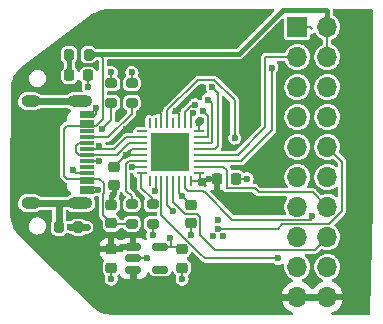
<source format=gtl>
%TF.GenerationSoftware,KiCad,Pcbnew,5.99.0-unknown-c33b2cfa8d~128~ubuntu20.04.1*%
%TF.CreationDate,2021-05-18T07:02:02+07:00*%
%TF.ProjectId,PmodUsbUlpi,506d6f64-5573-4625-956c-70692e6b6963,1*%
%TF.SameCoordinates,Original*%
%TF.FileFunction,Copper,L1,Top*%
%TF.FilePolarity,Positive*%
%FSLAX46Y46*%
G04 Gerber Fmt 4.6, Leading zero omitted, Abs format (unit mm)*
G04 Created by KiCad (PCBNEW 5.99.0-unknown-c33b2cfa8d~128~ubuntu20.04.1) date 2021-05-18 07:02:02*
%MOMM*%
%LPD*%
G01*
G04 APERTURE LIST*
G04 Aperture macros list*
%AMRoundRect*
0 Rectangle with rounded corners*
0 $1 Rounding radius*
0 $2 $3 $4 $5 $6 $7 $8 $9 X,Y pos of 4 corners*
0 Add a 4 corners polygon primitive as box body*
4,1,4,$2,$3,$4,$5,$6,$7,$8,$9,$2,$3,0*
0 Add four circle primitives for the rounded corners*
1,1,$1+$1,$2,$3*
1,1,$1+$1,$4,$5*
1,1,$1+$1,$6,$7*
1,1,$1+$1,$8,$9*
0 Add four rect primitives between the rounded corners*
20,1,$1+$1,$2,$3,$4,$5,0*
20,1,$1+$1,$4,$5,$6,$7,0*
20,1,$1+$1,$6,$7,$8,$9,0*
20,1,$1+$1,$8,$9,$2,$3,0*%
G04 Aperture macros list end*
%TA.AperFunction,SMDPad,CuDef*%
%ADD10RoundRect,0.218750X0.218750X0.256250X-0.218750X0.256250X-0.218750X-0.256250X0.218750X-0.256250X0*%
%TD*%
%TA.AperFunction,SMDPad,CuDef*%
%ADD11RoundRect,0.225000X0.250000X-0.225000X0.250000X0.225000X-0.250000X0.225000X-0.250000X-0.225000X0*%
%TD*%
%TA.AperFunction,SMDPad,CuDef*%
%ADD12RoundRect,0.200000X0.275000X-0.200000X0.275000X0.200000X-0.275000X0.200000X-0.275000X-0.200000X0*%
%TD*%
%TA.AperFunction,SMDPad,CuDef*%
%ADD13RoundRect,0.200000X0.200000X0.275000X-0.200000X0.275000X-0.200000X-0.275000X0.200000X-0.275000X0*%
%TD*%
%TA.AperFunction,SMDPad,CuDef*%
%ADD14R,1.150000X0.300000*%
%TD*%
%TA.AperFunction,ComponentPad*%
%ADD15O,1.600000X1.000000*%
%TD*%
%TA.AperFunction,ComponentPad*%
%ADD16O,2.100000X1.000000*%
%TD*%
%TA.AperFunction,SMDPad,CuDef*%
%ADD17RoundRect,0.225000X-0.250000X0.225000X-0.250000X-0.225000X0.250000X-0.225000X0.250000X0.225000X0*%
%TD*%
%TA.AperFunction,SMDPad,CuDef*%
%ADD18RoundRect,0.225000X-0.225000X-0.250000X0.225000X-0.250000X0.225000X0.250000X-0.225000X0.250000X0*%
%TD*%
%TA.AperFunction,SMDPad,CuDef*%
%ADD19RoundRect,0.150000X-0.512500X-0.150000X0.512500X-0.150000X0.512500X0.150000X-0.512500X0.150000X0*%
%TD*%
%TA.AperFunction,SMDPad,CuDef*%
%ADD20RoundRect,0.062500X0.375000X0.062500X-0.375000X0.062500X-0.375000X-0.062500X0.375000X-0.062500X0*%
%TD*%
%TA.AperFunction,SMDPad,CuDef*%
%ADD21RoundRect,0.062500X0.062500X0.375000X-0.062500X0.375000X-0.062500X-0.375000X0.062500X-0.375000X0*%
%TD*%
%TA.AperFunction,SMDPad,CuDef*%
%ADD22R,3.300000X3.300000*%
%TD*%
%TA.AperFunction,SMDPad,CuDef*%
%ADD23RoundRect,0.200000X-0.275000X0.200000X-0.275000X-0.200000X0.275000X-0.200000X0.275000X0.200000X0*%
%TD*%
%TA.AperFunction,ComponentPad*%
%ADD24R,1.700000X1.700000*%
%TD*%
%TA.AperFunction,ComponentPad*%
%ADD25O,1.700000X1.700000*%
%TD*%
%TA.AperFunction,ViaPad*%
%ADD26C,0.600000*%
%TD*%
%TA.AperFunction,Conductor*%
%ADD27C,0.400000*%
%TD*%
%TA.AperFunction,Conductor*%
%ADD28C,0.600000*%
%TD*%
%TA.AperFunction,Conductor*%
%ADD29C,0.200000*%
%TD*%
G04 APERTURE END LIST*
D10*
X144287500Y-93500000D03*
X142712500Y-93500000D03*
D11*
X146250000Y-106025000D03*
X146250000Y-104475000D03*
D12*
X148000000Y-106075000D03*
X148000000Y-104425000D03*
D13*
X144325000Y-91750000D03*
X142675000Y-91750000D03*
D14*
X144170000Y-96650000D03*
X144170000Y-97450000D03*
X144170000Y-98750000D03*
X144170000Y-99750000D03*
X144170000Y-100250000D03*
X144170000Y-101250000D03*
X144170000Y-102550000D03*
X144170000Y-103350000D03*
X144170000Y-103050000D03*
X144170000Y-102250000D03*
X144170000Y-101750000D03*
X144170000Y-100750000D03*
X144170000Y-99250000D03*
X144170000Y-98250000D03*
X144170000Y-97750000D03*
X144170000Y-96950000D03*
D15*
X139425000Y-104320000D03*
D16*
X143605000Y-95680000D03*
X143605000Y-104320000D03*
D15*
X139425000Y-95680000D03*
D12*
X148000000Y-95825000D03*
X148000000Y-94175000D03*
D17*
X146250000Y-108225000D03*
X146250000Y-109775000D03*
D18*
X155225000Y-102250000D03*
X156775000Y-102250000D03*
D17*
X146500000Y-101225000D03*
X146500000Y-102775000D03*
D19*
X148112500Y-108050000D03*
X148112500Y-109000000D03*
X148112500Y-109950000D03*
X150387500Y-109950000D03*
X150387500Y-108050000D03*
D20*
X153687500Y-101750000D03*
X153687500Y-101250000D03*
X153687500Y-100750000D03*
X153687500Y-100250000D03*
X153687500Y-99750000D03*
X153687500Y-99250000D03*
X153687500Y-98750000D03*
X153687500Y-98250000D03*
D21*
X153000000Y-97562500D03*
X152500000Y-97562500D03*
X152000000Y-97562500D03*
X151500000Y-97562500D03*
X151000000Y-97562500D03*
X150500000Y-97562500D03*
X150000000Y-97562500D03*
X149500000Y-97562500D03*
D20*
X148812500Y-98250000D03*
X148812500Y-98750000D03*
X148812500Y-99250000D03*
X148812500Y-99750000D03*
X148812500Y-100250000D03*
X148812500Y-100750000D03*
X148812500Y-101250000D03*
X148812500Y-101750000D03*
D21*
X149500000Y-102437500D03*
X150000000Y-102437500D03*
X150500000Y-102437500D03*
X151000000Y-102437500D03*
X151500000Y-102437500D03*
X152000000Y-102437500D03*
X152500000Y-102437500D03*
X153000000Y-102437500D03*
D22*
X151250000Y-100000000D03*
D17*
X152250000Y-108225000D03*
X152250000Y-109775000D03*
D23*
X146250000Y-94175000D03*
X146250000Y-95825000D03*
X149750000Y-104425000D03*
X149750000Y-106075000D03*
D17*
X153000000Y-104475000D03*
X153000000Y-106025000D03*
D13*
X143475000Y-106350000D03*
X141825000Y-106350000D03*
D24*
X162000000Y-89400000D03*
D25*
X164540000Y-89400000D03*
X162000000Y-91940000D03*
X164540000Y-91940000D03*
X162000000Y-94480000D03*
X164540000Y-94480000D03*
X162000000Y-97020000D03*
X164540000Y-97020000D03*
X162000000Y-99560000D03*
X164540000Y-99560000D03*
X162000000Y-102100000D03*
X164540000Y-102100000D03*
X162000000Y-104640000D03*
X164540000Y-104640000D03*
X162000000Y-107180000D03*
X164540000Y-107180000D03*
X162000000Y-109720000D03*
X164540000Y-109720000D03*
X162000000Y-112260000D03*
X164540000Y-112260000D03*
D26*
X144174000Y-106350000D03*
X142777000Y-106350000D03*
X152250000Y-101000000D03*
X146375000Y-103625000D03*
X151250000Y-100000000D03*
X154850000Y-107100000D03*
X146250000Y-93250000D03*
X145087000Y-103175000D03*
X152250000Y-110750000D03*
X150250000Y-100000000D03*
X149250000Y-109000000D03*
X150250000Y-99000000D03*
X150250000Y-101000000D03*
X155750000Y-107100000D03*
X151250000Y-101000000D03*
X152250000Y-100000000D03*
X151250000Y-99000000D03*
X157750000Y-102250000D03*
X148000000Y-93250000D03*
X155300000Y-105750000D03*
X146250000Y-110750000D03*
X149750000Y-107000000D03*
X144287500Y-94462500D03*
X152250000Y-99000000D03*
X153000000Y-107000000D03*
X145000000Y-96250000D03*
X143000000Y-101500000D03*
X145500000Y-98000000D03*
X145250000Y-99500000D03*
X145250000Y-100777000D03*
X154500000Y-102250000D03*
X157450000Y-110050000D03*
X148027000Y-101277000D03*
X150250000Y-96500000D03*
X151750000Y-96500000D03*
X147500000Y-98000000D03*
X147500000Y-100250000D03*
X153687500Y-97562500D03*
X163250000Y-105400000D03*
X149973000Y-103250000D03*
X155277000Y-106500000D03*
X160400000Y-109000000D03*
X154450000Y-95550000D03*
X156700000Y-98800000D03*
X154800000Y-94500000D03*
X153350000Y-96000000D03*
X153150000Y-96700000D03*
X159850000Y-92850000D03*
X154000000Y-96500000D03*
X151250000Y-107250000D03*
X152262500Y-103737500D03*
X151500000Y-105000000D03*
D27*
X142712500Y-91787500D02*
X142675000Y-91750000D01*
X142712500Y-93500000D02*
X142712500Y-91787500D01*
X146375000Y-103625000D02*
X146500000Y-103500000D01*
D28*
X143475000Y-106350000D02*
X144174000Y-106350000D01*
X142777000Y-106350000D02*
X143475000Y-106350000D01*
D29*
X145000000Y-96750000D02*
X145000000Y-96250000D01*
X146250000Y-109775000D02*
X146250000Y-110750000D01*
X144800000Y-96950000D02*
X145000000Y-96750000D01*
X144287500Y-93500000D02*
X144287500Y-94462500D01*
X156775000Y-102250000D02*
X157750000Y-102250000D01*
X144170000Y-96950000D02*
X144800000Y-96950000D01*
D27*
X146250000Y-104475000D02*
X146250000Y-103750000D01*
D29*
X144912000Y-103350000D02*
X145087000Y-103175000D01*
D27*
X146250000Y-103750000D02*
X146375000Y-103625000D01*
D29*
X144170000Y-103350000D02*
X144170000Y-103050000D01*
X144600000Y-96650000D02*
X145000000Y-96250000D01*
D27*
X146500000Y-102775000D02*
X146500000Y-103500000D01*
D29*
X144170000Y-96650000D02*
X144600000Y-96650000D01*
X148000000Y-94175000D02*
X148000000Y-93250000D01*
X152250000Y-109775000D02*
X152250000Y-110750000D01*
X144170000Y-103050000D02*
X144962000Y-103050000D01*
X148112500Y-109000000D02*
X149250000Y-109000000D01*
X144962000Y-103050000D02*
X145087000Y-103175000D01*
X144170000Y-96950000D02*
X144170000Y-96650000D01*
X153000000Y-106025000D02*
X153000000Y-107000000D01*
X146250000Y-94175000D02*
X146250000Y-93250000D01*
X149750000Y-106075000D02*
X149750000Y-107000000D01*
X144170000Y-103350000D02*
X144912000Y-103350000D01*
X146300000Y-106075000D02*
X146250000Y-106025000D01*
X144170000Y-102550000D02*
X144170000Y-102250000D01*
D27*
X144725000Y-91750000D02*
X144775000Y-91700000D01*
D29*
X144170000Y-97750000D02*
X144170000Y-97450000D01*
X144945000Y-97750000D02*
X145527001Y-97167999D01*
X145614001Y-103427961D02*
X145614001Y-102614001D01*
X145250000Y-91750000D02*
X156850000Y-91750000D01*
X142250000Y-102000000D02*
X142500000Y-102250000D01*
X156850000Y-91750000D02*
X157050000Y-91700000D01*
X142500000Y-102250000D02*
X143000000Y-102250000D01*
X145527001Y-92027001D02*
X145250000Y-91750000D01*
D27*
X144325000Y-91750000D02*
X144725000Y-91750000D01*
D29*
X160800000Y-87950000D02*
X164450000Y-87950000D01*
X145527001Y-97167999D02*
X145527001Y-92027001D01*
X144170000Y-97750000D02*
X144945000Y-97750000D01*
D27*
X160800000Y-87950000D02*
X164400000Y-87950000D01*
D29*
X143000000Y-102250000D02*
X144170000Y-102250000D01*
X164450000Y-87950000D02*
X164540000Y-88090000D01*
D27*
X164400000Y-87950000D02*
X164540000Y-88090000D01*
D29*
X145614001Y-102614001D02*
X145250000Y-102250000D01*
X145547990Y-105322990D02*
X145547990Y-103493972D01*
X145250000Y-91750000D02*
X144325000Y-91750000D01*
X164540000Y-89400000D02*
X164540000Y-91940000D01*
X142500000Y-97750000D02*
X142250000Y-98000000D01*
X164400000Y-87950000D02*
X164450000Y-87950000D01*
D27*
X144775000Y-91700000D02*
X157050000Y-91700000D01*
D29*
X145547990Y-103493972D02*
X145614001Y-103427961D01*
X142250000Y-98000000D02*
X142250000Y-102000000D01*
D27*
X157050000Y-91700000D02*
X160800000Y-87950000D01*
D29*
X144170000Y-97750000D02*
X142500000Y-97750000D01*
X146250000Y-106025000D02*
X145547990Y-105322990D01*
X145250000Y-102250000D02*
X144170000Y-102250000D01*
D27*
X164540000Y-88090000D02*
X164540000Y-89400000D01*
D29*
X148000000Y-106075000D02*
X146300000Y-106075000D01*
X148000000Y-96750000D02*
X148000000Y-95825000D01*
X146000000Y-98750000D02*
X148000000Y-96750000D01*
X144170000Y-98750000D02*
X146000000Y-98750000D01*
X146250000Y-97250000D02*
X145500000Y-98000000D01*
X146250000Y-95825000D02*
X146250000Y-97250000D01*
X143250000Y-101750000D02*
X143000000Y-101500000D01*
X144170000Y-101750000D02*
X143250000Y-101750000D01*
D28*
X141825000Y-106350000D02*
X141825000Y-104382000D01*
X143605000Y-95680000D02*
X139425000Y-95680000D01*
X140263000Y-104320000D02*
X139425000Y-104320000D01*
X143605000Y-104320000D02*
X140263000Y-104320000D01*
D29*
X143250000Y-100000000D02*
X143250000Y-99500000D01*
X147750000Y-99250000D02*
X148812500Y-99250000D01*
X144170000Y-100250000D02*
X146750000Y-100250000D01*
X144170000Y-99250000D02*
X143500000Y-99250000D01*
X143500000Y-100250000D02*
X143250000Y-100000000D01*
X143500000Y-99250000D02*
X143250000Y-99500000D01*
X144170000Y-100250000D02*
X143500000Y-100250000D01*
X146750000Y-100250000D02*
X147750000Y-99250000D01*
X145250000Y-100750000D02*
X145250000Y-100777000D01*
X144170000Y-99750000D02*
X145250000Y-99750000D01*
X144170000Y-100750000D02*
X145250000Y-100750000D01*
X146500000Y-99750000D02*
X147500000Y-98750000D01*
X147500000Y-98750000D02*
X148812500Y-98750000D01*
X145250000Y-99750000D02*
X145250000Y-99500000D01*
X145250000Y-99750000D02*
X146500000Y-99750000D01*
X153687500Y-98250000D02*
X153687500Y-97562500D01*
D28*
X157450000Y-110050000D02*
X159660000Y-112260000D01*
D29*
X153000000Y-102437500D02*
X153562500Y-102437500D01*
X153750000Y-102250000D02*
X153750000Y-101812500D01*
X146425000Y-108050000D02*
X146250000Y-108225000D01*
X148812500Y-101250000D02*
X148000000Y-101250000D01*
X148112500Y-108050000D02*
X146425000Y-108050000D01*
X153750000Y-101812500D02*
X153687500Y-101750000D01*
X150250000Y-96500000D02*
X149000000Y-96500000D01*
D28*
X159660000Y-112260000D02*
X164540000Y-112260000D01*
X148112500Y-110762500D02*
X149610000Y-112260000D01*
D29*
X152000000Y-97562500D02*
X152000000Y-96750000D01*
X150500000Y-97562500D02*
X150500000Y-96750000D01*
D28*
X149610000Y-112260000D02*
X159660000Y-112260000D01*
D29*
X148812500Y-99750000D02*
X147975000Y-99750000D01*
X147487500Y-100237500D02*
X146500000Y-101225000D01*
X154500000Y-102250000D02*
X153750000Y-102250000D01*
X150500000Y-96750000D02*
X150250000Y-96500000D01*
X148000000Y-101250000D02*
X148027000Y-101277000D01*
D28*
X148112500Y-109950000D02*
X148112500Y-110762500D01*
D29*
X147500000Y-100250000D02*
X147487500Y-100237500D01*
X147975000Y-99750000D02*
X147487500Y-100237500D01*
X152000000Y-96750000D02*
X151750000Y-96500000D01*
X148812500Y-100250000D02*
X147500000Y-100250000D01*
X149000000Y-96500000D02*
X147500000Y-98000000D01*
X155225000Y-102250000D02*
X154500000Y-102250000D01*
X153562500Y-102437500D02*
X153750000Y-102250000D01*
X153800000Y-107050000D02*
X153800000Y-106250000D01*
X153500000Y-105250000D02*
X152500000Y-105250000D01*
X153750000Y-105500000D02*
X153800000Y-105650000D01*
X151500000Y-104250000D02*
X152500000Y-105250000D01*
X155007001Y-108257001D02*
X153800000Y-107050000D01*
X151500000Y-102437500D02*
X151500000Y-104250000D01*
X153800000Y-106250000D02*
X153800000Y-105650000D01*
X163462999Y-108257001D02*
X155007001Y-108257001D01*
X153750000Y-105500000D02*
X153500000Y-105250000D01*
X164540000Y-107180000D02*
X163462999Y-108257001D01*
X152500000Y-102437500D02*
X152500000Y-103000000D01*
X154000000Y-103250000D02*
X154250000Y-103500000D01*
X154250000Y-103500000D02*
X156467001Y-105717001D01*
X152750000Y-103250000D02*
X154000000Y-103250000D01*
X156467001Y-105717001D02*
X163132999Y-105717001D01*
X163132999Y-105717001D02*
X163250000Y-105600000D01*
X152500000Y-103000000D02*
X152750000Y-103250000D01*
X163250000Y-105600000D02*
X163250000Y-105400000D01*
X156044620Y-101544620D02*
X156044620Y-103044620D01*
X158750000Y-103400000D02*
X163300000Y-103400000D01*
X153687500Y-101250000D02*
X155750000Y-101250000D01*
X155750000Y-101250000D02*
X156044620Y-101544620D01*
X156044620Y-103044620D02*
X158394620Y-103044620D01*
X158394620Y-103044620D02*
X158750000Y-103400000D01*
X163300000Y-103400000D02*
X164540000Y-104640000D01*
X160350000Y-106500000D02*
X160747001Y-106102999D01*
X165800000Y-104973962D02*
X165800000Y-100820000D01*
X150000000Y-103250000D02*
X149973000Y-103250000D01*
X160747001Y-106102999D02*
X164670963Y-106102999D01*
X150000000Y-102437500D02*
X150000000Y-103250000D01*
X165800000Y-100820000D02*
X164540000Y-99560000D01*
X164670963Y-106102999D02*
X165800000Y-104973962D01*
X155277000Y-106500000D02*
X160350000Y-106500000D01*
X150500000Y-105279962D02*
X153804049Y-108584011D01*
X154208098Y-109000000D02*
X160400000Y-109000000D01*
X150500000Y-102437500D02*
X150500000Y-105279962D01*
X153804049Y-108584011D02*
X153804049Y-108595951D01*
X153804049Y-108595951D02*
X154208098Y-109000000D01*
X154450000Y-95550000D02*
X154400000Y-95500000D01*
X154750000Y-99172990D02*
X154672990Y-99250000D01*
X154750000Y-95850000D02*
X154450000Y-95550000D01*
X154750000Y-96250000D02*
X154750000Y-95850000D01*
X154672990Y-99250000D02*
X153687500Y-99250000D01*
X154750000Y-96250000D02*
X154750000Y-99172990D01*
X153570038Y-93900000D02*
X154979962Y-93900000D01*
X154979962Y-93900000D02*
X156700000Y-95620038D01*
X151000000Y-96470038D02*
X153570038Y-93900000D01*
X156700000Y-95620038D02*
X156700000Y-98800000D01*
X151000000Y-97562500D02*
X151000000Y-96470038D01*
X154800000Y-94500000D02*
X154800000Y-94500000D01*
X155250000Y-95062460D02*
X155250000Y-95050000D01*
X155250000Y-95050000D02*
X155250000Y-94950000D01*
X155000000Y-99750000D02*
X155250000Y-99500000D01*
X155250000Y-95050000D02*
X155250000Y-95029962D01*
X155250000Y-94950000D02*
X154800000Y-94500000D01*
X153687500Y-99750000D02*
X155000000Y-99750000D01*
X155250000Y-99500000D02*
X155250000Y-95062460D01*
X155250000Y-95050000D02*
X155239981Y-95039981D01*
X152500000Y-97562500D02*
X152500000Y-96570038D01*
X152500000Y-96570038D02*
X153070038Y-96000000D01*
X153070038Y-96000000D02*
X153350000Y-96000000D01*
X156950000Y-100250000D02*
X159300000Y-97900000D01*
X159310000Y-91940000D02*
X162000000Y-91940000D01*
X159300000Y-91950000D02*
X159310000Y-91940000D01*
X153687500Y-100250000D02*
X156950000Y-100250000D01*
X159300000Y-97900000D02*
X159300000Y-91950000D01*
X153000000Y-97562500D02*
X153000000Y-96850000D01*
X153000000Y-96850000D02*
X153150000Y-96700000D01*
X163050000Y-89400000D02*
X162000000Y-89400000D01*
X159850000Y-98150000D02*
X159850000Y-92850000D01*
X159850000Y-98150000D02*
X157250000Y-100750000D01*
X163250000Y-89600000D02*
X163050000Y-89400000D01*
X157250000Y-100750000D02*
X153687500Y-100750000D01*
X154422990Y-96922990D02*
X154000000Y-96500000D01*
X154422990Y-98750000D02*
X154422990Y-96922990D01*
X153687500Y-98750000D02*
X154422990Y-98750000D01*
X149750000Y-104000000D02*
X148750000Y-103000000D01*
X148750000Y-101812500D02*
X148812500Y-101750000D01*
X149750000Y-104425000D02*
X149750000Y-104000000D01*
X148750000Y-103000000D02*
X148750000Y-101812500D01*
X151000000Y-102437500D02*
X151000000Y-104500000D01*
X151300000Y-108050000D02*
X152075000Y-108050000D01*
X152000000Y-103475000D02*
X152262500Y-103737500D01*
X152262500Y-103737500D02*
X153000000Y-104475000D01*
X151300000Y-107300000D02*
X151250000Y-107250000D01*
X151000000Y-104500000D02*
X151500000Y-105000000D01*
X151300000Y-108050000D02*
X151300000Y-107300000D01*
X150387500Y-108050000D02*
X151300000Y-108050000D01*
X152075000Y-108050000D02*
X152250000Y-108225000D01*
X152000000Y-102437500D02*
X152000000Y-103475000D01*
X147500000Y-103250000D02*
X147500000Y-101000000D01*
X147500000Y-101000000D02*
X147750000Y-100750000D01*
X148000000Y-103750000D02*
X147500000Y-103250000D01*
X148000000Y-104425000D02*
X148000000Y-103750000D01*
X147750000Y-100750000D02*
X148812500Y-100750000D01*
%TA.AperFunction,Conductor*%
G36*
X168338121Y-87874002D02*
G01*
X168384614Y-87927658D01*
X168396000Y-87980000D01*
X168396000Y-104530840D01*
X168395962Y-104533943D01*
X168170860Y-113673103D01*
X168149186Y-113740710D01*
X168094402Y-113785868D01*
X168044898Y-113796000D01*
X166350490Y-113796000D01*
X165015170Y-113793424D01*
X164947088Y-113773290D01*
X164900699Y-113719545D01*
X164890730Y-113649252D01*
X164920348Y-113584728D01*
X164980366Y-113546396D01*
X165023333Y-113533954D01*
X165033259Y-113530143D01*
X165231065Y-113434307D01*
X165240212Y-113428876D01*
X165419041Y-113301083D01*
X165427149Y-113294182D01*
X165581893Y-113138082D01*
X165588706Y-113129933D01*
X165714940Y-112949988D01*
X165720295Y-112940787D01*
X165814399Y-112742156D01*
X165818123Y-112732197D01*
X165875968Y-112525718D01*
X165874430Y-112517351D01*
X165862137Y-112514000D01*
X160683403Y-112514000D01*
X160670222Y-112517870D01*
X160668255Y-112532423D01*
X160676638Y-112584471D01*
X160679212Y-112594793D01*
X160750230Y-112802810D01*
X160754497Y-112812533D01*
X160859556Y-113005625D01*
X160865402Y-113014491D01*
X161001486Y-113187113D01*
X161008750Y-113194875D01*
X161171967Y-113342094D01*
X161180444Y-113348528D01*
X161366122Y-113466136D01*
X161375567Y-113471053D01*
X161551258Y-113544366D01*
X161606422Y-113589058D01*
X161628666Y-113656480D01*
X161610928Y-113725225D01*
X161558840Y-113773468D01*
X161502492Y-113786648D01*
X146412182Y-113757538D01*
X146391265Y-113755748D01*
X146368247Y-113751826D01*
X146323399Y-113753063D01*
X146247231Y-113755162D01*
X146241238Y-113755185D01*
X146193155Y-113754223D01*
X146185068Y-113754061D01*
X146177329Y-113753667D01*
X146081191Y-113745805D01*
X145971786Y-113736857D01*
X145964080Y-113735987D01*
X145939473Y-113732440D01*
X145920916Y-113729765D01*
X145913315Y-113728429D01*
X145711354Y-113686487D01*
X145703830Y-113684680D01*
X145682882Y-113678965D01*
X145661817Y-113673218D01*
X145654400Y-113670947D01*
X145459105Y-113604507D01*
X145451873Y-113601796D01*
X145411589Y-113585261D01*
X145404517Y-113582099D01*
X145218871Y-113492176D01*
X145211998Y-113488582D01*
X145174050Y-113467224D01*
X145167418Y-113463218D01*
X144994235Y-113351176D01*
X144987854Y-113346763D01*
X144942681Y-113313423D01*
X144937943Y-113309749D01*
X144848848Y-113237198D01*
X144848847Y-113237197D01*
X144844051Y-113233292D01*
X144842774Y-113232615D01*
X144828947Y-113221526D01*
X144797578Y-113191302D01*
X141526156Y-110039353D01*
X140672682Y-109217048D01*
X139354265Y-107946780D01*
X145267000Y-107946780D01*
X145267000Y-107952885D01*
X145271475Y-107968124D01*
X145272865Y-107969329D01*
X145280548Y-107971000D01*
X145977885Y-107971000D01*
X145993124Y-107966525D01*
X145994329Y-107965135D01*
X145996000Y-107957452D01*
X145996000Y-107285115D01*
X145994659Y-107280548D01*
X146504000Y-107280548D01*
X146504000Y-107952885D01*
X146508475Y-107968124D01*
X146509865Y-107969329D01*
X146517548Y-107971000D01*
X146883885Y-107971000D01*
X146899124Y-107966525D01*
X146900329Y-107965135D01*
X146902000Y-107957452D01*
X146902000Y-107922000D01*
X146922002Y-107853879D01*
X146975658Y-107807386D01*
X147028000Y-107796000D01*
X147840385Y-107796000D01*
X147855624Y-107791525D01*
X147856829Y-107790135D01*
X147858500Y-107782452D01*
X147858500Y-107260115D01*
X147854025Y-107244876D01*
X147852635Y-107243671D01*
X147844952Y-107242000D01*
X147564379Y-107242000D01*
X147556489Y-107242497D01*
X147442984Y-107256835D01*
X147427751Y-107260746D01*
X147287966Y-107316091D01*
X147274184Y-107323668D01*
X147152559Y-107412034D01*
X147135313Y-107428229D01*
X147132958Y-107425721D01*
X147087073Y-107456701D01*
X147016094Y-107458309D01*
X146962189Y-107428111D01*
X146947393Y-107414094D01*
X146935748Y-107405383D01*
X146800607Y-107326887D01*
X146787269Y-107321087D01*
X146636880Y-107275539D01*
X146624248Y-107273089D01*
X146558815Y-107267249D01*
X146553220Y-107267000D01*
X146522115Y-107267000D01*
X146506876Y-107271475D01*
X146505671Y-107272865D01*
X146504000Y-107280548D01*
X145994659Y-107280548D01*
X145991525Y-107269876D01*
X145990135Y-107268671D01*
X145982452Y-107267000D01*
X145960777Y-107267000D01*
X145953473Y-107267425D01*
X145837495Y-107280946D01*
X145823343Y-107284291D01*
X145676433Y-107337617D01*
X145663434Y-107344127D01*
X145532730Y-107429820D01*
X145521578Y-107439144D01*
X145414094Y-107552607D01*
X145405383Y-107564252D01*
X145326887Y-107699393D01*
X145321087Y-107712731D01*
X145275539Y-107863120D01*
X145273089Y-107875752D01*
X145267249Y-107941185D01*
X145267000Y-107946780D01*
X139354265Y-107946780D01*
X138609565Y-107229276D01*
X138595935Y-107213800D01*
X138591999Y-107208515D01*
X138581323Y-107194179D01*
X138489978Y-107111717D01*
X138487279Y-107109280D01*
X138483127Y-107105357D01*
X138426855Y-107049725D01*
X138421569Y-107044171D01*
X138377922Y-106995425D01*
X138270680Y-106875653D01*
X138265767Y-106869818D01*
X138227530Y-106821494D01*
X138222961Y-106815344D01*
X138213755Y-106802131D01*
X138093674Y-106629789D01*
X138089487Y-106623373D01*
X138057397Y-106570760D01*
X138053606Y-106564098D01*
X138051947Y-106560964D01*
X137947790Y-106364194D01*
X137944429Y-106357347D01*
X137936927Y-106340813D01*
X137931470Y-106328786D01*
X139274767Y-106328786D01*
X139312343Y-106493512D01*
X139315567Y-106500079D01*
X139315568Y-106500081D01*
X139379255Y-106629794D01*
X139386807Y-106645176D01*
X139391455Y-106650825D01*
X139391456Y-106650826D01*
X139448885Y-106720617D01*
X139494163Y-106775642D01*
X139628654Y-106877911D01*
X139635342Y-106880882D01*
X139635346Y-106880884D01*
X139694341Y-106907088D01*
X139783065Y-106946498D01*
X139790260Y-106947851D01*
X139896866Y-106967898D01*
X139949113Y-106977723D01*
X139956421Y-106977385D01*
X139956424Y-106977385D01*
X140110573Y-106970250D01*
X140110576Y-106970250D01*
X140117890Y-106969911D01*
X140124933Y-106967898D01*
X140124934Y-106967898D01*
X140210217Y-106943524D01*
X140280343Y-106923482D01*
X140286729Y-106919906D01*
X140286733Y-106919904D01*
X140421367Y-106844505D01*
X140421369Y-106844504D01*
X140427759Y-106840925D01*
X140433154Y-106835973D01*
X140546838Y-106731618D01*
X140546839Y-106731617D01*
X140552228Y-106726670D01*
X140560127Y-106715026D01*
X140620045Y-106626692D01*
X140647074Y-106586846D01*
X140666313Y-106536331D01*
X140704604Y-106435796D01*
X140704605Y-106435791D01*
X140707210Y-106428952D01*
X140729410Y-106261458D01*
X140729500Y-106250000D01*
X140729047Y-106246118D01*
X140729047Y-106246110D01*
X140710782Y-106089451D01*
X140710782Y-106089450D01*
X140709934Y-106082179D01*
X140661528Y-105948822D01*
X140654783Y-105930239D01*
X140652286Y-105923360D01*
X140559647Y-105782062D01*
X140436988Y-105665866D01*
X140366998Y-105625213D01*
X140297220Y-105584683D01*
X140297217Y-105584682D01*
X140290887Y-105581005D01*
X140283879Y-105578883D01*
X140283878Y-105578882D01*
X140251561Y-105569094D01*
X140129183Y-105532029D01*
X140121874Y-105531576D01*
X140121871Y-105531575D01*
X140050926Y-105527174D01*
X139960550Y-105521567D01*
X139953334Y-105522807D01*
X139953332Y-105522807D01*
X139801247Y-105548940D01*
X139801245Y-105548941D01*
X139794032Y-105550180D01*
X139638563Y-105616333D01*
X139502482Y-105716477D01*
X139393089Y-105845241D01*
X139377584Y-105875606D01*
X139319728Y-105988912D01*
X139316253Y-105995717D01*
X139276094Y-106159833D01*
X139276037Y-106167152D01*
X139276036Y-106167156D01*
X139275715Y-106208053D01*
X139274767Y-106328786D01*
X137931470Y-106328786D01*
X137918965Y-106301229D01*
X137916018Y-106294173D01*
X137835255Y-106082900D01*
X137832737Y-106075658D01*
X137814280Y-106016881D01*
X137812207Y-106009501D01*
X137757704Y-105790037D01*
X137756083Y-105782544D01*
X137746640Y-105731399D01*
X137744890Y-105721918D01*
X137743729Y-105714345D01*
X137742140Y-105701348D01*
X137727870Y-105584683D01*
X137716275Y-105489880D01*
X137715576Y-105482246D01*
X137710761Y-105403217D01*
X137710543Y-105397508D01*
X137708675Y-105277044D01*
X137708579Y-105270853D01*
X137707278Y-105264804D01*
X137707277Y-105264796D01*
X137707114Y-105264040D01*
X137704299Y-105236959D01*
X137704367Y-105222452D01*
X137704367Y-105222449D01*
X137715211Y-102912640D01*
X137753701Y-94714371D01*
X137756420Y-94688924D01*
X137757404Y-94684263D01*
X137758684Y-94678205D01*
X137760222Y-94548527D01*
X137760411Y-94542957D01*
X137763462Y-94488625D01*
X137764056Y-94481581D01*
X137781343Y-94328158D01*
X137788906Y-94261029D01*
X137789894Y-94254032D01*
X137797168Y-94211222D01*
X137798547Y-94204291D01*
X137843864Y-94005744D01*
X137847932Y-93987919D01*
X137849696Y-93981084D01*
X137856114Y-93958807D01*
X137861727Y-93939322D01*
X137863856Y-93932641D01*
X137900196Y-93828786D01*
X139274767Y-93828786D01*
X139312343Y-93993512D01*
X139315567Y-94000079D01*
X139315568Y-94000081D01*
X139369458Y-94109840D01*
X139386807Y-94145176D01*
X139391455Y-94150825D01*
X139391456Y-94150826D01*
X139409426Y-94172664D01*
X139494163Y-94275642D01*
X139628654Y-94377911D01*
X139635342Y-94380882D01*
X139635346Y-94380884D01*
X139696975Y-94408258D01*
X139783065Y-94446498D01*
X139790260Y-94447851D01*
X139905917Y-94469600D01*
X139949113Y-94477723D01*
X139956421Y-94477385D01*
X139956424Y-94477385D01*
X140110573Y-94470250D01*
X140110576Y-94470250D01*
X140117890Y-94469911D01*
X140124933Y-94467898D01*
X140124934Y-94467898D01*
X140210217Y-94443524D01*
X140280343Y-94423482D01*
X140286729Y-94419906D01*
X140286733Y-94419904D01*
X140421367Y-94344505D01*
X140421369Y-94344504D01*
X140427759Y-94340925D01*
X140433154Y-94335973D01*
X140546838Y-94231618D01*
X140546839Y-94231617D01*
X140552228Y-94226670D01*
X140562476Y-94211563D01*
X140642966Y-94092902D01*
X140647074Y-94086846D01*
X140657471Y-94059547D01*
X140704604Y-93935796D01*
X140704605Y-93935791D01*
X140707210Y-93928952D01*
X140729410Y-93761458D01*
X140729500Y-93750000D01*
X140729047Y-93746118D01*
X140729047Y-93746110D01*
X140710782Y-93589451D01*
X140710782Y-93589450D01*
X140709934Y-93582179D01*
X140652286Y-93423360D01*
X140559647Y-93282062D01*
X140436988Y-93165866D01*
X140359176Y-93120670D01*
X140297220Y-93084683D01*
X140297217Y-93084682D01*
X140290887Y-93081005D01*
X140283879Y-93078883D01*
X140283878Y-93078882D01*
X140251561Y-93069094D01*
X140129183Y-93032029D01*
X140121874Y-93031576D01*
X140121871Y-93031575D01*
X140050926Y-93027174D01*
X139960550Y-93021567D01*
X139953334Y-93022807D01*
X139953332Y-93022807D01*
X139801247Y-93048940D01*
X139801245Y-93048941D01*
X139794032Y-93050180D01*
X139638563Y-93116333D01*
X139502482Y-93216477D01*
X139393089Y-93345241D01*
X139389761Y-93351759D01*
X139331837Y-93465198D01*
X139316253Y-93495717D01*
X139276094Y-93659833D01*
X139276037Y-93667152D01*
X139276036Y-93667156D01*
X139275580Y-93725213D01*
X139274767Y-93828786D01*
X137900196Y-93828786D01*
X137937157Y-93723159D01*
X137939677Y-93716558D01*
X137956310Y-93676401D01*
X137959197Y-93669949D01*
X137964859Y-93658193D01*
X138055469Y-93470038D01*
X138058713Y-93463759D01*
X138079743Y-93425708D01*
X138083334Y-93419620D01*
X138169767Y-93282062D01*
X138201393Y-93231729D01*
X138205317Y-93225857D01*
X138230467Y-93190412D01*
X138234717Y-93184765D01*
X138373072Y-93011275D01*
X138377631Y-93005876D01*
X138413898Y-92965293D01*
X138417703Y-92961220D01*
X138491403Y-92885750D01*
X138506474Y-92872590D01*
X138521130Y-92861717D01*
X144636030Y-88325001D01*
X144652560Y-88314621D01*
X144653055Y-88314361D01*
X144658785Y-88312039D01*
X144759005Y-88246185D01*
X144764111Y-88243003D01*
X144836140Y-88200484D01*
X144843413Y-88196508D01*
X145035941Y-88099350D01*
X145043430Y-88095874D01*
X145102048Y-88070991D01*
X145109787Y-88068004D01*
X145255066Y-88017342D01*
X145313398Y-87997001D01*
X145321306Y-87994532D01*
X145339266Y-87989568D01*
X145382645Y-87977581D01*
X145390715Y-87975634D01*
X145450880Y-87963205D01*
X145601940Y-87932000D01*
X145610089Y-87930595D01*
X145649288Y-87925158D01*
X145673118Y-87921854D01*
X145681374Y-87920985D01*
X145896460Y-87905495D01*
X145904758Y-87905172D01*
X145988374Y-87904672D01*
X145994430Y-87904782D01*
X146035268Y-87906502D01*
X146114212Y-87909828D01*
X146143069Y-87905341D01*
X146162097Y-87903847D01*
X154360488Y-87883554D01*
X157865229Y-87874879D01*
X159932977Y-87869761D01*
X160001147Y-87889595D01*
X160047773Y-87943135D01*
X160058051Y-88013384D01*
X160028717Y-88078038D01*
X160022384Y-88084856D01*
X156898645Y-91208595D01*
X156836333Y-91242621D01*
X156809550Y-91245500D01*
X144986759Y-91245500D01*
X144918638Y-91225498D01*
X144894234Y-91205029D01*
X144878216Y-91187701D01*
X144812299Y-91116392D01*
X144694153Y-91047768D01*
X144629673Y-91032822D01*
X144583509Y-91022121D01*
X144583506Y-91022121D01*
X144576514Y-91020500D01*
X144091742Y-91020500D01*
X144087095Y-91021199D01*
X144087090Y-91021199D01*
X143999199Y-91034413D01*
X143999198Y-91034413D01*
X143989888Y-91035813D01*
X143866723Y-91094956D01*
X143766392Y-91187701D01*
X143697768Y-91305847D01*
X143670500Y-91423486D01*
X143670500Y-92058258D01*
X143671199Y-92062905D01*
X143671199Y-92062910D01*
X143683990Y-92147989D01*
X143685813Y-92160112D01*
X143744956Y-92283277D01*
X143751348Y-92290191D01*
X143751348Y-92290192D01*
X143764257Y-92304157D01*
X143837701Y-92383608D01*
X143955847Y-92452232D01*
X144007423Y-92464187D01*
X144066491Y-92477879D01*
X144066494Y-92477879D01*
X144073486Y-92479500D01*
X144558258Y-92479500D01*
X144562905Y-92478801D01*
X144562910Y-92478801D01*
X144650801Y-92465587D01*
X144650802Y-92465587D01*
X144660112Y-92464187D01*
X144783277Y-92405044D01*
X144793732Y-92395380D01*
X144867185Y-92327480D01*
X144883608Y-92312299D01*
X144937547Y-92219435D01*
X144989057Y-92170576D01*
X145058806Y-92157322D01*
X145124647Y-92183881D01*
X145165678Y-92241821D01*
X145172501Y-92282720D01*
X145172501Y-92983741D01*
X145152499Y-93051862D01*
X145098843Y-93098355D01*
X145028569Y-93108459D01*
X144963989Y-93078965D01*
X144931801Y-93035893D01*
X144912871Y-92994259D01*
X144912869Y-92994256D01*
X144909153Y-92986083D01*
X144820640Y-92883358D01*
X144706853Y-92809605D01*
X144576940Y-92770753D01*
X144573535Y-92770500D01*
X144033836Y-92770500D01*
X143994881Y-92776079D01*
X143943407Y-92783450D01*
X143943404Y-92783451D01*
X143934521Y-92784723D01*
X143926353Y-92788437D01*
X143926352Y-92788437D01*
X143885455Y-92807032D01*
X143811083Y-92840847D01*
X143708358Y-92929360D01*
X143634605Y-93043147D01*
X143632032Y-93051752D01*
X143621991Y-93085326D01*
X143583310Y-93144859D01*
X143518583Y-93174029D01*
X143448360Y-93163575D01*
X143394937Y-93116815D01*
X143386573Y-93101375D01*
X143377312Y-93081005D01*
X143334153Y-92986083D01*
X143245640Y-92883358D01*
X143224468Y-92869635D01*
X143178184Y-92815799D01*
X143167000Y-92763903D01*
X143167000Y-92428984D01*
X143187002Y-92360863D01*
X143207471Y-92336460D01*
X143226690Y-92318694D01*
X143233608Y-92312299D01*
X143239169Y-92302726D01*
X143297501Y-92202298D01*
X143302232Y-92194153D01*
X143329500Y-92076514D01*
X143329500Y-91441742D01*
X143328483Y-91434974D01*
X143315587Y-91349199D01*
X143315587Y-91349198D01*
X143314187Y-91339888D01*
X143255044Y-91216723D01*
X143162299Y-91116392D01*
X143044153Y-91047768D01*
X142979673Y-91032822D01*
X142933509Y-91022121D01*
X142933506Y-91022121D01*
X142926514Y-91020500D01*
X142441742Y-91020500D01*
X142437095Y-91021199D01*
X142437090Y-91021199D01*
X142349199Y-91034413D01*
X142349198Y-91034413D01*
X142339888Y-91035813D01*
X142216723Y-91094956D01*
X142116392Y-91187701D01*
X142047768Y-91305847D01*
X142020500Y-91423486D01*
X142020500Y-92058258D01*
X142021199Y-92062905D01*
X142021199Y-92062910D01*
X142033990Y-92147989D01*
X142035813Y-92160112D01*
X142094956Y-92283277D01*
X142101348Y-92290191D01*
X142101348Y-92290192D01*
X142114257Y-92304157D01*
X142187701Y-92383608D01*
X142195843Y-92388337D01*
X142203196Y-92394228D01*
X142202273Y-92395380D01*
X142244146Y-92439528D01*
X142258000Y-92496968D01*
X142258000Y-92764209D01*
X142237998Y-92832330D01*
X142214247Y-92859662D01*
X142133358Y-92929360D01*
X142059605Y-93043147D01*
X142020753Y-93173060D01*
X142020500Y-93176465D01*
X142020500Y-93791164D01*
X142022603Y-93805847D01*
X142033309Y-93880603D01*
X142034723Y-93890479D01*
X142038437Y-93898647D01*
X142038437Y-93898648D01*
X142068319Y-93964370D01*
X142090847Y-94013917D01*
X142179360Y-94116642D01*
X142293147Y-94190395D01*
X142423060Y-94229247D01*
X142426465Y-94229500D01*
X142966164Y-94229500D01*
X143005119Y-94223921D01*
X143056593Y-94216550D01*
X143056596Y-94216549D01*
X143065479Y-94215277D01*
X143073647Y-94211563D01*
X143073648Y-94211563D01*
X143180744Y-94162869D01*
X143188917Y-94159153D01*
X143291642Y-94070640D01*
X143365395Y-93956853D01*
X143378009Y-93914674D01*
X143416690Y-93855141D01*
X143481417Y-93825971D01*
X143551640Y-93836425D01*
X143605063Y-93883185D01*
X143613426Y-93898622D01*
X143665847Y-94013917D01*
X143752294Y-94114244D01*
X143781606Y-94178902D01*
X143773844Y-94234197D01*
X143776371Y-94234931D01*
X143734002Y-94380767D01*
X143732412Y-94532624D01*
X143771718Y-94679315D01*
X143804865Y-94735363D01*
X143822324Y-94804176D01*
X143799808Y-94871508D01*
X143744464Y-94915977D01*
X143696411Y-94925500D01*
X143012115Y-94925500D01*
X143008481Y-94925924D01*
X143008476Y-94925924D01*
X142887550Y-94940023D01*
X142880277Y-94940871D01*
X142873395Y-94943369D01*
X142740510Y-94991604D01*
X142714927Y-95000890D01*
X142659649Y-95037132D01*
X142573939Y-95093325D01*
X142573938Y-95093326D01*
X142567819Y-95097338D01*
X142567797Y-95097361D01*
X142505452Y-95124514D01*
X142489723Y-95125500D01*
X140283770Y-95125500D01*
X140215649Y-95105498D01*
X140202199Y-95095532D01*
X140146404Y-95048131D01*
X140057186Y-95002574D01*
X139996256Y-94971461D01*
X139996254Y-94971460D01*
X139989740Y-94968134D01*
X139982635Y-94966395D01*
X139982631Y-94966394D01*
X139878324Y-94940871D01*
X139818875Y-94926324D01*
X139813273Y-94925976D01*
X139813270Y-94925976D01*
X139807532Y-94925620D01*
X139807523Y-94925620D01*
X139805593Y-94925500D01*
X139082115Y-94925500D01*
X139078481Y-94925924D01*
X139078476Y-94925924D01*
X138957550Y-94940023D01*
X138950277Y-94940871D01*
X138943395Y-94943369D01*
X138810510Y-94991604D01*
X138784927Y-95000890D01*
X138637819Y-95097338D01*
X138516845Y-95225042D01*
X138492827Y-95266392D01*
X138434550Y-95366723D01*
X138428493Y-95377150D01*
X138426372Y-95384152D01*
X138426371Y-95384155D01*
X138409787Y-95438913D01*
X138377503Y-95545504D01*
X138377050Y-95552813D01*
X138377049Y-95552816D01*
X138374342Y-95596449D01*
X138366611Y-95721073D01*
X138367851Y-95728288D01*
X138367851Y-95728291D01*
X138378847Y-95792284D01*
X138396401Y-95894438D01*
X138465274Y-96056301D01*
X138469607Y-96062189D01*
X138469610Y-96062194D01*
X138565195Y-96192079D01*
X138565199Y-96192083D01*
X138569537Y-96197978D01*
X138703596Y-96311869D01*
X138784846Y-96353358D01*
X138853349Y-96388337D01*
X138860260Y-96391866D01*
X138867365Y-96393605D01*
X138867369Y-96393606D01*
X138930776Y-96409121D01*
X139031125Y-96433676D01*
X139036727Y-96434024D01*
X139036730Y-96434024D01*
X139042468Y-96434380D01*
X139042477Y-96434380D01*
X139044407Y-96434500D01*
X139767885Y-96434500D01*
X139771519Y-96434076D01*
X139771524Y-96434076D01*
X139892450Y-96419977D01*
X139899723Y-96419129D01*
X139918523Y-96412305D01*
X140058194Y-96361607D01*
X140065073Y-96359110D01*
X140147731Y-96304917D01*
X140206061Y-96266675D01*
X140206064Y-96266672D01*
X140212181Y-96262662D01*
X140212203Y-96262639D01*
X140274548Y-96235486D01*
X140290277Y-96234500D01*
X142496230Y-96234500D01*
X142564351Y-96254502D01*
X142577801Y-96264468D01*
X142633596Y-96311869D01*
X142783997Y-96388668D01*
X142790260Y-96391866D01*
X142789000Y-96394333D01*
X142835645Y-96429200D01*
X142860502Y-96495703D01*
X142845458Y-96565088D01*
X142811533Y-96604742D01*
X142691696Y-96696696D01*
X142598808Y-96817750D01*
X142540416Y-96958720D01*
X142520500Y-97110000D01*
X142537282Y-97237470D01*
X142540196Y-97259606D01*
X142529257Y-97329754D01*
X142482129Y-97382853D01*
X142430084Y-97401179D01*
X142399702Y-97404775D01*
X142391992Y-97408477D01*
X142383552Y-97409882D01*
X142374390Y-97414826D01*
X142374389Y-97414826D01*
X142367981Y-97418284D01*
X142341554Y-97432543D01*
X142336280Y-97435230D01*
X142300434Y-97452442D01*
X142300430Y-97452445D01*
X142293286Y-97455875D01*
X142290154Y-97458508D01*
X142288223Y-97460439D01*
X142286231Y-97462266D01*
X142286132Y-97462158D01*
X142285287Y-97462903D01*
X142279660Y-97465939D01*
X142272591Y-97473586D01*
X142272590Y-97473587D01*
X142243887Y-97504638D01*
X142240457Y-97508205D01*
X142035895Y-97712766D01*
X142019415Y-97726075D01*
X142016801Y-97728454D01*
X142008052Y-97734103D01*
X141999856Y-97744500D01*
X141988417Y-97759010D01*
X141985013Y-97762841D01*
X141985123Y-97762934D01*
X141981770Y-97766891D01*
X141978089Y-97770572D01*
X141975065Y-97774804D01*
X141968047Y-97784624D01*
X141964483Y-97789370D01*
X141941416Y-97818630D01*
X141941415Y-97818632D01*
X141934968Y-97826810D01*
X141932134Y-97834879D01*
X141927159Y-97841841D01*
X141918588Y-97870500D01*
X141913492Y-97887539D01*
X141911665Y-97893164D01*
X141895853Y-97938191D01*
X141895500Y-97942267D01*
X141895500Y-97944976D01*
X141895382Y-97947709D01*
X141895237Y-97947703D01*
X141895167Y-97948817D01*
X141893335Y-97954942D01*
X141894277Y-97978913D01*
X141895403Y-98007584D01*
X141895500Y-98012530D01*
X141895500Y-101948283D01*
X141893256Y-101969370D01*
X141893090Y-101972887D01*
X141890899Y-101983065D01*
X141892123Y-101993403D01*
X141894627Y-102014560D01*
X141894929Y-102019677D01*
X141895072Y-102019665D01*
X141895500Y-102024843D01*
X141895500Y-102030040D01*
X141896353Y-102035164D01*
X141898336Y-102047083D01*
X141899171Y-102052955D01*
X141904775Y-102100297D01*
X141908477Y-102108006D01*
X141909882Y-102116448D01*
X141914828Y-102125615D01*
X141914829Y-102125617D01*
X141932535Y-102158431D01*
X141935232Y-102163724D01*
X141952444Y-102199570D01*
X141952446Y-102199573D01*
X141955875Y-102206714D01*
X141958507Y-102209846D01*
X141960452Y-102211791D01*
X141962274Y-102213778D01*
X141962166Y-102213877D01*
X141962903Y-102214713D01*
X141965939Y-102220340D01*
X141973588Y-102227411D01*
X141973589Y-102227412D01*
X142004627Y-102256103D01*
X142008193Y-102259532D01*
X142212763Y-102464102D01*
X142226076Y-102480585D01*
X142228452Y-102483196D01*
X142234103Y-102491948D01*
X142259010Y-102511583D01*
X142262841Y-102514987D01*
X142262934Y-102514877D01*
X142266891Y-102518230D01*
X142270572Y-102521911D01*
X142274804Y-102524935D01*
X142284624Y-102531953D01*
X142289370Y-102535517D01*
X142318630Y-102558584D01*
X142318632Y-102558585D01*
X142326810Y-102565032D01*
X142334879Y-102567866D01*
X142341841Y-102572841D01*
X142380896Y-102584521D01*
X142387539Y-102586508D01*
X142393164Y-102588335D01*
X142438191Y-102604147D01*
X142442267Y-102604500D01*
X142442641Y-102604500D01*
X142503773Y-102637708D01*
X142537934Y-102699946D01*
X142539794Y-102743443D01*
X142534003Y-102787434D01*
X142520500Y-102890000D01*
X142540416Y-103041280D01*
X142598808Y-103182250D01*
X142691696Y-103303304D01*
X142698242Y-103308327D01*
X142812750Y-103396192D01*
X142811176Y-103398243D01*
X142851252Y-103440267D01*
X142864693Y-103509979D01*
X142838312Y-103575892D01*
X142782255Y-103616451D01*
X142760403Y-103624383D01*
X142714927Y-103640890D01*
X142649672Y-103683673D01*
X142573939Y-103733325D01*
X142573938Y-103733326D01*
X142567819Y-103737338D01*
X142567797Y-103737361D01*
X142505452Y-103764514D01*
X142489723Y-103765500D01*
X140283770Y-103765500D01*
X140215649Y-103745498D01*
X140202199Y-103735532D01*
X140146404Y-103688131D01*
X140056051Y-103641994D01*
X139996256Y-103611461D01*
X139996254Y-103611460D01*
X139989740Y-103608134D01*
X139982635Y-103606395D01*
X139982631Y-103606394D01*
X139878324Y-103580871D01*
X139818875Y-103566324D01*
X139813273Y-103565976D01*
X139813270Y-103565976D01*
X139807532Y-103565620D01*
X139807523Y-103565620D01*
X139805593Y-103565500D01*
X139082115Y-103565500D01*
X139078481Y-103565924D01*
X139078476Y-103565924D01*
X138967817Y-103578826D01*
X138950277Y-103580871D01*
X138943395Y-103583369D01*
X138817042Y-103629233D01*
X138784927Y-103640890D01*
X138637819Y-103737338D01*
X138516845Y-103865042D01*
X138428493Y-104017150D01*
X138426372Y-104024152D01*
X138426371Y-104024155D01*
X138416773Y-104055847D01*
X138377503Y-104185504D01*
X138377050Y-104192813D01*
X138377049Y-104192816D01*
X138374512Y-104233715D01*
X138366611Y-104361073D01*
X138396401Y-104534438D01*
X138465274Y-104696301D01*
X138469607Y-104702189D01*
X138469610Y-104702194D01*
X138565195Y-104832079D01*
X138565199Y-104832083D01*
X138569537Y-104837978D01*
X138703596Y-104951869D01*
X138732010Y-104966378D01*
X138849585Y-105026415D01*
X138860260Y-105031866D01*
X138867365Y-105033605D01*
X138867369Y-105033606D01*
X138943490Y-105052232D01*
X139031125Y-105073676D01*
X139036727Y-105074024D01*
X139036730Y-105074024D01*
X139042468Y-105074380D01*
X139042477Y-105074380D01*
X139044407Y-105074500D01*
X139767885Y-105074500D01*
X139771519Y-105074076D01*
X139771524Y-105074076D01*
X139892450Y-105059977D01*
X139899723Y-105059129D01*
X139970038Y-105033606D01*
X140058194Y-105001607D01*
X140065073Y-104999110D01*
X140164628Y-104933839D01*
X140206061Y-104906675D01*
X140206064Y-104906672D01*
X140212181Y-104902662D01*
X140212203Y-104902639D01*
X140274548Y-104875486D01*
X140290277Y-104874500D01*
X141144500Y-104874500D01*
X141212621Y-104894502D01*
X141259114Y-104948158D01*
X141270500Y-105000500D01*
X141270500Y-105746691D01*
X141253454Y-105809975D01*
X141197768Y-105905847D01*
X141189716Y-105940586D01*
X141173742Y-106009501D01*
X141170500Y-106023486D01*
X141170500Y-106658258D01*
X141171199Y-106662905D01*
X141171199Y-106662910D01*
X141183597Y-106745373D01*
X141185813Y-106760112D01*
X141225631Y-106843032D01*
X141240698Y-106874409D01*
X141244956Y-106883277D01*
X141251348Y-106890191D01*
X141251348Y-106890192D01*
X141264574Y-106904500D01*
X141337701Y-106983608D01*
X141455847Y-107052232D01*
X141507423Y-107064187D01*
X141566491Y-107077879D01*
X141566494Y-107077879D01*
X141573486Y-107079500D01*
X142058258Y-107079500D01*
X142062905Y-107078801D01*
X142062910Y-107078801D01*
X142150801Y-107065587D01*
X142150802Y-107065587D01*
X142160112Y-107064187D01*
X142255740Y-107018267D01*
X142274787Y-107009121D01*
X142274788Y-107009120D01*
X142283277Y-107005044D01*
X142383608Y-106912299D01*
X142388338Y-106904156D01*
X142394227Y-106896805D01*
X142396687Y-106898776D01*
X142436568Y-106860953D01*
X142506317Y-106847703D01*
X142543721Y-106857589D01*
X142549431Y-106861129D01*
X142557678Y-106863525D01*
X142565525Y-106867019D01*
X142565458Y-106867169D01*
X142566297Y-106867511D01*
X142566354Y-106867357D01*
X142574406Y-106870352D01*
X142581974Y-106874409D01*
X142590354Y-106876282D01*
X142590356Y-106876283D01*
X142635210Y-106886309D01*
X142642860Y-106888273D01*
X142695267Y-106903498D01*
X142708912Y-106904500D01*
X142708899Y-106904677D01*
X142713216Y-106905233D01*
X142713240Y-106904945D01*
X142721796Y-106905663D01*
X142730182Y-106907538D01*
X142784850Y-106904673D01*
X142791444Y-106904500D01*
X142859461Y-106904500D01*
X142927582Y-106924502D01*
X142951985Y-106944971D01*
X142987701Y-106983608D01*
X142995843Y-106988337D01*
X142995847Y-106988340D01*
X143041972Y-107015131D01*
X143105847Y-107052232D01*
X143157423Y-107064187D01*
X143216491Y-107077879D01*
X143216494Y-107077879D01*
X143223486Y-107079500D01*
X143708258Y-107079500D01*
X143712905Y-107078801D01*
X143712910Y-107078801D01*
X143800801Y-107065587D01*
X143800802Y-107065587D01*
X143810112Y-107064187D01*
X143905740Y-107018267D01*
X143924787Y-107009121D01*
X143924788Y-107009120D01*
X143933277Y-107005044D01*
X143956467Y-106983608D01*
X144005832Y-106937975D01*
X144069432Y-106906423D01*
X144091361Y-106904500D01*
X144099683Y-106904500D01*
X144110177Y-106905695D01*
X144110240Y-106904945D01*
X144118796Y-106905663D01*
X144127182Y-106907538D01*
X144181850Y-106904673D01*
X144188444Y-106904500D01*
X144210500Y-106904500D01*
X144220988Y-106903063D01*
X144231486Y-106902071D01*
X144278840Y-106899590D01*
X144289861Y-106895881D01*
X144312952Y-106890466D01*
X144315947Y-106890056D01*
X144315951Y-106890055D01*
X144324461Y-106888889D01*
X144362494Y-106872431D01*
X144367966Y-106870063D01*
X144377816Y-106866281D01*
X144394340Y-106860720D01*
X144422773Y-106851151D01*
X144429871Y-106846328D01*
X144429874Y-106846326D01*
X144432390Y-106844616D01*
X144453172Y-106833191D01*
X144455952Y-106831988D01*
X144463836Y-106828576D01*
X144500686Y-106798736D01*
X144509147Y-106792453D01*
X144541273Y-106770620D01*
X144541276Y-106770617D01*
X144548379Y-106765790D01*
X144553923Y-106759229D01*
X144553927Y-106759226D01*
X144555884Y-106756910D01*
X144572827Y-106740317D01*
X144575185Y-106738408D01*
X144575186Y-106738407D01*
X144581858Y-106733004D01*
X144586831Y-106726006D01*
X144586834Y-106726003D01*
X144603375Y-106702726D01*
X144609331Y-106694346D01*
X144615789Y-106686020D01*
X144638520Y-106659121D01*
X144640857Y-106656356D01*
X144640858Y-106656354D01*
X144646401Y-106649795D01*
X144651243Y-106639219D01*
X144663093Y-106618696D01*
X144669831Y-106609214D01*
X144685896Y-106564592D01*
X144689882Y-106554826D01*
X144706044Y-106519526D01*
X144706046Y-106519519D01*
X144709620Y-106511713D01*
X144710963Y-106503235D01*
X144710964Y-106503231D01*
X144711438Y-106500236D01*
X144717336Y-106477264D01*
X144718366Y-106474403D01*
X144721274Y-106466327D01*
X144721923Y-106457499D01*
X144723978Y-106429500D01*
X144724748Y-106419022D01*
X144725960Y-106408543D01*
X144733377Y-106361717D01*
X144733500Y-106350000D01*
X144732873Y-106345425D01*
X144732583Y-106340813D01*
X144732748Y-106340803D01*
X144732472Y-106331999D01*
X144732307Y-106332009D01*
X144731767Y-106323431D01*
X144732396Y-106314869D01*
X144721608Y-106261368D01*
X144720291Y-106253578D01*
X144714055Y-106208053D01*
X144712889Y-106199539D01*
X144709477Y-106191654D01*
X144707166Y-106183378D01*
X144707326Y-106183333D01*
X144707058Y-106182480D01*
X144706902Y-106182534D01*
X144704077Y-106174422D01*
X144702379Y-106165999D01*
X144677602Y-106117372D01*
X144674240Y-106110226D01*
X144668747Y-106097532D01*
X144652576Y-106060164D01*
X144647168Y-106053485D01*
X144642720Y-106046141D01*
X144642862Y-106046055D01*
X144642371Y-106045299D01*
X144642235Y-106045393D01*
X144637332Y-106038339D01*
X144633433Y-106030686D01*
X144627619Y-106024363D01*
X144596506Y-105990528D01*
X144591335Y-105984536D01*
X144562414Y-105948822D01*
X144562411Y-105948819D01*
X144557004Y-105942142D01*
X144550001Y-105937165D01*
X144543740Y-105931286D01*
X144543854Y-105931164D01*
X144543180Y-105930569D01*
X144543073Y-105930698D01*
X144536455Y-105925223D01*
X144530639Y-105918898D01*
X144484263Y-105890144D01*
X144477688Y-105885776D01*
X144433214Y-105854169D01*
X144425132Y-105851259D01*
X144417519Y-105847279D01*
X144417595Y-105847133D01*
X144416785Y-105846741D01*
X144416718Y-105846892D01*
X144408872Y-105843399D01*
X144401569Y-105838871D01*
X144355617Y-105825521D01*
X144349197Y-105823656D01*
X144341665Y-105821209D01*
X144298412Y-105805636D01*
X144298406Y-105805635D01*
X144290327Y-105802726D01*
X144281761Y-105802097D01*
X144273357Y-105800311D01*
X144273391Y-105800149D01*
X144268612Y-105799289D01*
X144268571Y-105799514D01*
X144262077Y-105798345D01*
X144255733Y-105796502D01*
X144249150Y-105796019D01*
X144249147Y-105796018D01*
X144244395Y-105795669D01*
X144244384Y-105795669D01*
X144242088Y-105795500D01*
X144196549Y-105795500D01*
X144187321Y-105795162D01*
X144138869Y-105791604D01*
X144130452Y-105793301D01*
X144126511Y-105793549D01*
X144106971Y-105795500D01*
X144090539Y-105795500D01*
X144022418Y-105775498D01*
X143998015Y-105755029D01*
X143968694Y-105723310D01*
X143962299Y-105716392D01*
X143954155Y-105711662D01*
X143954153Y-105711660D01*
X143852298Y-105652499D01*
X143844153Y-105647768D01*
X143779673Y-105632822D01*
X143733509Y-105622121D01*
X143733506Y-105622121D01*
X143726514Y-105620500D01*
X143241742Y-105620500D01*
X143237095Y-105621199D01*
X143237090Y-105621199D01*
X143149199Y-105634413D01*
X143149198Y-105634413D01*
X143139888Y-105635813D01*
X143016723Y-105694956D01*
X143009809Y-105701348D01*
X143009808Y-105701348D01*
X142944168Y-105762025D01*
X142880568Y-105793577D01*
X142858639Y-105795500D01*
X142799549Y-105795500D01*
X142790321Y-105795162D01*
X142741869Y-105791604D01*
X142733453Y-105793301D01*
X142733452Y-105793301D01*
X142722547Y-105795500D01*
X142688368Y-105802392D01*
X142680585Y-105803708D01*
X142626539Y-105811111D01*
X142618654Y-105814523D01*
X142610378Y-105816834D01*
X142610333Y-105816674D01*
X142609480Y-105816942D01*
X142609534Y-105817098D01*
X142601422Y-105819923D01*
X142592999Y-105821621D01*
X142562701Y-105837058D01*
X142492926Y-105850162D01*
X142427141Y-105823462D01*
X142386235Y-105765434D01*
X142379500Y-105724791D01*
X142379500Y-105008375D01*
X142399502Y-104940254D01*
X142453158Y-104893761D01*
X142523432Y-104883657D01*
X142587078Y-104912350D01*
X142633596Y-104951869D01*
X142662010Y-104966378D01*
X142779585Y-105026415D01*
X142790260Y-105031866D01*
X142797365Y-105033605D01*
X142797369Y-105033606D01*
X142873490Y-105052232D01*
X142961125Y-105073676D01*
X142966727Y-105074024D01*
X142966730Y-105074024D01*
X142972468Y-105074380D01*
X142972477Y-105074380D01*
X142974407Y-105074500D01*
X144197885Y-105074500D01*
X144201519Y-105074076D01*
X144201524Y-105074076D01*
X144322450Y-105059977D01*
X144329723Y-105059129D01*
X144400038Y-105033606D01*
X144488194Y-105001607D01*
X144495073Y-104999110D01*
X144642181Y-104902662D01*
X144763155Y-104774958D01*
X144851507Y-104622850D01*
X144902497Y-104454496D01*
X144904005Y-104430199D01*
X144910538Y-104324885D01*
X144913389Y-104278927D01*
X144904633Y-104227967D01*
X144884839Y-104112778D01*
X144883599Y-104105562D01*
X144814726Y-103943699D01*
X144800461Y-103924315D01*
X144776196Y-103857594D01*
X144791854Y-103788346D01*
X144840481Y-103740508D01*
X144844306Y-103739747D01*
X144856642Y-103731505D01*
X144861716Y-103729915D01*
X144866089Y-103728104D01*
X144866251Y-103728495D01*
X144924392Y-103710288D01*
X144954128Y-103713303D01*
X145010146Y-103725824D01*
X145028448Y-103729915D01*
X145040182Y-103732538D01*
X145060895Y-103731452D01*
X145129968Y-103747860D01*
X145179206Y-103799008D01*
X145193490Y-103857279D01*
X145193490Y-105271273D01*
X145191246Y-105292360D01*
X145191080Y-105295877D01*
X145188889Y-105306055D01*
X145192617Y-105337550D01*
X145192919Y-105342667D01*
X145193062Y-105342655D01*
X145193490Y-105347833D01*
X145193490Y-105353030D01*
X145194343Y-105358154D01*
X145196326Y-105370073D01*
X145197161Y-105375945D01*
X145202765Y-105423287D01*
X145206467Y-105430996D01*
X145207872Y-105439438D01*
X145212818Y-105448605D01*
X145212819Y-105448607D01*
X145230525Y-105481421D01*
X145233222Y-105486714D01*
X145250434Y-105522560D01*
X145250436Y-105522563D01*
X145253865Y-105529704D01*
X145256497Y-105532836D01*
X145258442Y-105534781D01*
X145260264Y-105536768D01*
X145260156Y-105536867D01*
X145260893Y-105537703D01*
X145263929Y-105543330D01*
X145271578Y-105550401D01*
X145271579Y-105550402D01*
X145302617Y-105579093D01*
X145306183Y-105582522D01*
X145483595Y-105759934D01*
X145517621Y-105822246D01*
X145520500Y-105849029D01*
X145520500Y-106284914D01*
X145523843Y-106308258D01*
X145531859Y-106364230D01*
X145534974Y-106385983D01*
X145538691Y-106394159D01*
X145538692Y-106394161D01*
X145576478Y-106477264D01*
X145591832Y-106511034D01*
X145597690Y-106517833D01*
X145597691Y-106517834D01*
X145656370Y-106585934D01*
X145681502Y-106615101D01*
X145796775Y-106689818D01*
X145805372Y-106692389D01*
X145805374Y-106692390D01*
X145920000Y-106726670D01*
X145928386Y-106729178D01*
X145932719Y-106729500D01*
X146534914Y-106729500D01*
X146574482Y-106723833D01*
X146627090Y-106716300D01*
X146627093Y-106716299D01*
X146635983Y-106715026D01*
X146644159Y-106711309D01*
X146644161Y-106711308D01*
X146752862Y-106661884D01*
X146752864Y-106661883D01*
X146761034Y-106658168D01*
X146770752Y-106649795D01*
X146858299Y-106574359D01*
X146865101Y-106568498D01*
X146869982Y-106560967D01*
X146869985Y-106560964D01*
X146907405Y-106503231D01*
X146917948Y-106486966D01*
X146971783Y-106440684D01*
X147023679Y-106429500D01*
X147215854Y-106429500D01*
X147283975Y-106449502D01*
X147329436Y-106500957D01*
X147344956Y-106533277D01*
X147351348Y-106540191D01*
X147351348Y-106540192D01*
X147369310Y-106559623D01*
X147437701Y-106633608D01*
X147555847Y-106702232D01*
X147607423Y-106714187D01*
X147666491Y-106727879D01*
X147666494Y-106727879D01*
X147673486Y-106729500D01*
X148308258Y-106729500D01*
X148312905Y-106728801D01*
X148312910Y-106728801D01*
X148400801Y-106715587D01*
X148400802Y-106715587D01*
X148410112Y-106714187D01*
X148533277Y-106655044D01*
X148542739Y-106646298D01*
X148591275Y-106601431D01*
X148633608Y-106562299D01*
X148702232Y-106444153D01*
X148722353Y-106357347D01*
X148727879Y-106333509D01*
X148727879Y-106333506D01*
X148729500Y-106326514D01*
X148729500Y-105841742D01*
X148727498Y-105828422D01*
X148715587Y-105749199D01*
X148715587Y-105749198D01*
X148714187Y-105739888D01*
X148655044Y-105616723D01*
X148630905Y-105590609D01*
X148594665Y-105551405D01*
X148562299Y-105516392D01*
X148444153Y-105447768D01*
X148371796Y-105430996D01*
X148333509Y-105422121D01*
X148333506Y-105422121D01*
X148326514Y-105420500D01*
X147691742Y-105420500D01*
X147687095Y-105421199D01*
X147687090Y-105421199D01*
X147599199Y-105434413D01*
X147599198Y-105434413D01*
X147589888Y-105435813D01*
X147511228Y-105473585D01*
X147477294Y-105489880D01*
X147466723Y-105494956D01*
X147459809Y-105501348D01*
X147459808Y-105501348D01*
X147452551Y-105508056D01*
X147366392Y-105587701D01*
X147361663Y-105595843D01*
X147361662Y-105595844D01*
X147325684Y-105657785D01*
X147274173Y-105706644D01*
X147216730Y-105720500D01*
X147071831Y-105720500D01*
X147003710Y-105700498D01*
X146957131Y-105646652D01*
X146911884Y-105547138D01*
X146911883Y-105547136D01*
X146908168Y-105538966D01*
X146901800Y-105531575D01*
X146824359Y-105441701D01*
X146818498Y-105434899D01*
X146703225Y-105360182D01*
X146702064Y-105359835D01*
X146651556Y-105315676D01*
X146631856Y-105247467D01*
X146652160Y-105179436D01*
X146705703Y-105133326D01*
X146752862Y-105111884D01*
X146752864Y-105111883D01*
X146761034Y-105108168D01*
X146771092Y-105099502D01*
X146858299Y-105024359D01*
X146865101Y-105018498D01*
X146939818Y-104903225D01*
X146942649Y-104893761D01*
X146977224Y-104778148D01*
X146977224Y-104778147D01*
X146979178Y-104771614D01*
X146979500Y-104767281D01*
X146979500Y-104215086D01*
X146972541Y-104166491D01*
X146966300Y-104122910D01*
X146966299Y-104122907D01*
X146965026Y-104114017D01*
X146958289Y-104099199D01*
X146911884Y-103997138D01*
X146911883Y-103997136D01*
X146908168Y-103988966D01*
X146902052Y-103981868D01*
X146901891Y-103981513D01*
X146897472Y-103974603D01*
X146898469Y-103973965D01*
X146872738Y-103917205D01*
X146882942Y-103847168D01*
X146907044Y-103794525D01*
X146907045Y-103794521D01*
X146910620Y-103786713D01*
X146933242Y-103643880D01*
X146938806Y-103621852D01*
X146951361Y-103586102D01*
X146951644Y-103578900D01*
X146951677Y-103578731D01*
X146953843Y-103571882D01*
X146954500Y-103563534D01*
X146954500Y-103511795D01*
X146974502Y-103443674D01*
X147009293Y-103408960D01*
X147011034Y-103408168D01*
X147017838Y-103402306D01*
X147021832Y-103399751D01*
X147089997Y-103379899D01*
X147158073Y-103400052D01*
X147196689Y-103443855D01*
X147198147Y-103442914D01*
X147202446Y-103449572D01*
X147205875Y-103456714D01*
X147208507Y-103459846D01*
X147210452Y-103461791D01*
X147212274Y-103463778D01*
X147212166Y-103463877D01*
X147212903Y-103464713D01*
X147215939Y-103470340D01*
X147223588Y-103477411D01*
X147223589Y-103477412D01*
X147254627Y-103506103D01*
X147258193Y-103509532D01*
X147439998Y-103691337D01*
X147474024Y-103753649D01*
X147468959Y-103824464D01*
X147436433Y-103872956D01*
X147423513Y-103884899D01*
X147373305Y-103931310D01*
X147373303Y-103931313D01*
X147366392Y-103937701D01*
X147297768Y-104055847D01*
X147270500Y-104173486D01*
X147270500Y-104658258D01*
X147271199Y-104662905D01*
X147271199Y-104662910D01*
X147282262Y-104736494D01*
X147285813Y-104760112D01*
X147344956Y-104883277D01*
X147437701Y-104983608D01*
X147555847Y-105052232D01*
X147607423Y-105064187D01*
X147666491Y-105077879D01*
X147666494Y-105077879D01*
X147673486Y-105079500D01*
X148308258Y-105079500D01*
X148312905Y-105078801D01*
X148312910Y-105078801D01*
X148400801Y-105065587D01*
X148400802Y-105065587D01*
X148410112Y-105064187D01*
X148533277Y-105005044D01*
X148546813Y-104992532D01*
X148626694Y-104918690D01*
X148633608Y-104912299D01*
X148702232Y-104794153D01*
X148723548Y-104702194D01*
X148727879Y-104683509D01*
X148727879Y-104683506D01*
X148729500Y-104676514D01*
X148729500Y-104191742D01*
X148728563Y-104185504D01*
X148715587Y-104099199D01*
X148715587Y-104099198D01*
X148714187Y-104089888D01*
X148655044Y-103966723D01*
X148647289Y-103958333D01*
X148609270Y-103917205D01*
X148562299Y-103866392D01*
X148444153Y-103797768D01*
X148434979Y-103795642D01*
X148428838Y-103793210D01*
X148372865Y-103749535D01*
X148350098Y-103690870D01*
X148346449Y-103660047D01*
X148345225Y-103649703D01*
X148341523Y-103641994D01*
X148340118Y-103633552D01*
X148329624Y-103614102D01*
X148317465Y-103591569D01*
X148314768Y-103586276D01*
X148297556Y-103550430D01*
X148297554Y-103550427D01*
X148294125Y-103543286D01*
X148291493Y-103540154D01*
X148289548Y-103538209D01*
X148287726Y-103536222D01*
X148287834Y-103536123D01*
X148287097Y-103535287D01*
X148284061Y-103529660D01*
X148262771Y-103509979D01*
X148245373Y-103493897D01*
X148241807Y-103490468D01*
X147891405Y-103140066D01*
X147857379Y-103077754D01*
X147854500Y-103050971D01*
X147854500Y-101839847D01*
X147874502Y-101771726D01*
X147928158Y-101725233D01*
X147998432Y-101715129D01*
X148057203Y-101739884D01*
X148072116Y-101751327D01*
X148113984Y-101808665D01*
X148120500Y-101838337D01*
X148120500Y-101840856D01*
X148134919Y-101922630D01*
X148190834Y-102019478D01*
X148276500Y-102091360D01*
X148286858Y-102095130D01*
X148312596Y-102104498D01*
X148369767Y-102146593D01*
X148395104Y-102212915D01*
X148395500Y-102222899D01*
X148395500Y-102948283D01*
X148393256Y-102969370D01*
X148393090Y-102972887D01*
X148390899Y-102983065D01*
X148393857Y-103008052D01*
X148394627Y-103014560D01*
X148394929Y-103019677D01*
X148395072Y-103019665D01*
X148395500Y-103024843D01*
X148395500Y-103030040D01*
X148396353Y-103035164D01*
X148398336Y-103047083D01*
X148399171Y-103052955D01*
X148404775Y-103100297D01*
X148408477Y-103108006D01*
X148409882Y-103116448D01*
X148414828Y-103125615D01*
X148414829Y-103125617D01*
X148432535Y-103158431D01*
X148435232Y-103163724D01*
X148452444Y-103199570D01*
X148452446Y-103199573D01*
X148455875Y-103206714D01*
X148458507Y-103209846D01*
X148460452Y-103211791D01*
X148462274Y-103213778D01*
X148462166Y-103213877D01*
X148462903Y-103214713D01*
X148465939Y-103220340D01*
X148473588Y-103227411D01*
X148473589Y-103227412D01*
X148504627Y-103256103D01*
X148508193Y-103259532D01*
X149073550Y-103824889D01*
X149107576Y-103887201D01*
X149102511Y-103958016D01*
X149093409Y-103977269D01*
X149077442Y-104004759D01*
X149047768Y-104055847D01*
X149020500Y-104173486D01*
X149020500Y-104658258D01*
X149021199Y-104662905D01*
X149021199Y-104662910D01*
X149032262Y-104736494D01*
X149035813Y-104760112D01*
X149094956Y-104883277D01*
X149187701Y-104983608D01*
X149305847Y-105052232D01*
X149357423Y-105064187D01*
X149416491Y-105077879D01*
X149416494Y-105077879D01*
X149423486Y-105079500D01*
X150019500Y-105079500D01*
X150087621Y-105099502D01*
X150134114Y-105153158D01*
X150145500Y-105205500D01*
X150145500Y-105228245D01*
X150143256Y-105249332D01*
X150143090Y-105252849D01*
X150140899Y-105263027D01*
X150142123Y-105273368D01*
X150142871Y-105279692D01*
X150131013Y-105349691D01*
X150083194Y-105402168D01*
X150017744Y-105420500D01*
X149441742Y-105420500D01*
X149437095Y-105421199D01*
X149437090Y-105421199D01*
X149349199Y-105434413D01*
X149349198Y-105434413D01*
X149339888Y-105435813D01*
X149261228Y-105473585D01*
X149227294Y-105489880D01*
X149216723Y-105494956D01*
X149209809Y-105501348D01*
X149209808Y-105501348D01*
X149202551Y-105508056D01*
X149116392Y-105587701D01*
X149047768Y-105705847D01*
X149039878Y-105739888D01*
X149023632Y-105809976D01*
X149020500Y-105823486D01*
X149020500Y-106308258D01*
X149021199Y-106312905D01*
X149021199Y-106312910D01*
X149027470Y-106354618D01*
X149035813Y-106410112D01*
X149094956Y-106533277D01*
X149101348Y-106540191D01*
X149101348Y-106540192D01*
X149121573Y-106562071D01*
X149187701Y-106633608D01*
X149195849Y-106638341D01*
X149196641Y-106638975D01*
X149237300Y-106697175D01*
X149238861Y-106772465D01*
X149196502Y-106918267D01*
X149196412Y-106926853D01*
X149196412Y-106926854D01*
X149195982Y-106967898D01*
X149194912Y-107070124D01*
X149234218Y-107216815D01*
X149252869Y-107248351D01*
X149270329Y-107317165D01*
X149247813Y-107384497D01*
X149192470Y-107428967D01*
X149121869Y-107436456D01*
X149064101Y-107409575D01*
X148986361Y-107345264D01*
X148973079Y-107336835D01*
X148837055Y-107272827D01*
X148822087Y-107267964D01*
X148691824Y-107243114D01*
X148680039Y-107242000D01*
X148384615Y-107242000D01*
X148369376Y-107246475D01*
X148368171Y-107247865D01*
X148366500Y-107255548D01*
X148366500Y-108178000D01*
X148346498Y-108246121D01*
X148292842Y-108292614D01*
X148240500Y-108304000D01*
X147291115Y-108304000D01*
X147275876Y-108308475D01*
X147274671Y-108309865D01*
X147273000Y-108317548D01*
X147273000Y-108353000D01*
X147252998Y-108421121D01*
X147199342Y-108467614D01*
X147147000Y-108479000D01*
X145285115Y-108479000D01*
X145269876Y-108483475D01*
X145268671Y-108484865D01*
X145267153Y-108491847D01*
X145267425Y-108496527D01*
X145280946Y-108612505D01*
X145284291Y-108626657D01*
X145337617Y-108773567D01*
X145344127Y-108786566D01*
X145429820Y-108917270D01*
X145439144Y-108928422D01*
X145552607Y-109035906D01*
X145564255Y-109044620D01*
X145589163Y-109059087D01*
X145638023Y-109110597D01*
X145651277Y-109180345D01*
X145631611Y-109236573D01*
X145565647Y-109338343D01*
X145560182Y-109346775D01*
X145557611Y-109355372D01*
X145557610Y-109355374D01*
X145526559Y-109459204D01*
X145520822Y-109478386D01*
X145520500Y-109482719D01*
X145520500Y-110034914D01*
X145521136Y-110039353D01*
X145526692Y-110078148D01*
X145534974Y-110135983D01*
X145538691Y-110144159D01*
X145538692Y-110144161D01*
X145577940Y-110230480D01*
X145591832Y-110261034D01*
X145597690Y-110267833D01*
X145597691Y-110267834D01*
X145646326Y-110324277D01*
X145681502Y-110365101D01*
X145690989Y-110371250D01*
X145692494Y-110373001D01*
X145695799Y-110375884D01*
X145695383Y-110376361D01*
X145737272Y-110425083D01*
X145747105Y-110495395D01*
X145739583Y-110521282D01*
X145738871Y-110522431D01*
X145696502Y-110668267D01*
X145696412Y-110676853D01*
X145696412Y-110676854D01*
X145695759Y-110739254D01*
X145694912Y-110820124D01*
X145734218Y-110966815D01*
X145811524Y-111097532D01*
X145921134Y-111202645D01*
X146054974Y-111274409D01*
X146063356Y-111276283D01*
X146063357Y-111276283D01*
X146194797Y-111305664D01*
X146194799Y-111305664D01*
X146203182Y-111307538D01*
X146298885Y-111302522D01*
X146346257Y-111300040D01*
X146346258Y-111300040D01*
X146354840Y-111299590D01*
X146498773Y-111251151D01*
X146505878Y-111246322D01*
X146505881Y-111246321D01*
X146617275Y-111170618D01*
X146617276Y-111170617D01*
X146624379Y-111165790D01*
X146675934Y-111104782D01*
X146716858Y-111056355D01*
X146716860Y-111056352D01*
X146722401Y-111049795D01*
X146774188Y-110936683D01*
X146782045Y-110919522D01*
X146782045Y-110919520D01*
X146785620Y-110911713D01*
X146809377Y-110761717D01*
X146809500Y-110750000D01*
X146788889Y-110599539D01*
X146757794Y-110527682D01*
X146749097Y-110457223D01*
X146779874Y-110393244D01*
X146791182Y-110382191D01*
X146815877Y-110360912D01*
X146880539Y-110331597D01*
X146950785Y-110341896D01*
X147004312Y-110388537D01*
X147015277Y-110409978D01*
X147016090Y-110412032D01*
X147023668Y-110425816D01*
X147112034Y-110547441D01*
X147122802Y-110558908D01*
X147238639Y-110654736D01*
X147251921Y-110663165D01*
X147387945Y-110727173D01*
X147402913Y-110732036D01*
X147533176Y-110756886D01*
X147544961Y-110758000D01*
X147840385Y-110758000D01*
X147855624Y-110753525D01*
X147856829Y-110752135D01*
X147858500Y-110744452D01*
X147858500Y-109822000D01*
X147878502Y-109753879D01*
X147932158Y-109707386D01*
X147984500Y-109696000D01*
X148240500Y-109696000D01*
X148308621Y-109716002D01*
X148355114Y-109769658D01*
X148366500Y-109822000D01*
X148366500Y-110739885D01*
X148370975Y-110755124D01*
X148372365Y-110756329D01*
X148380048Y-110758000D01*
X148660621Y-110758000D01*
X148668511Y-110757503D01*
X148782016Y-110743165D01*
X148797249Y-110739254D01*
X148937034Y-110683909D01*
X148950816Y-110676332D01*
X149072441Y-110587966D01*
X149083908Y-110577198D01*
X149179736Y-110461361D01*
X149188165Y-110448079D01*
X149252173Y-110312055D01*
X149257037Y-110297085D01*
X149260114Y-110280954D01*
X149292526Y-110217787D01*
X149353943Y-110182172D01*
X149424865Y-110185414D01*
X149482776Y-110226486D01*
X149496148Y-110247359D01*
X149539206Y-110331863D01*
X149543708Y-110340698D01*
X149634302Y-110431292D01*
X149748458Y-110489458D01*
X149843431Y-110504500D01*
X150931569Y-110504500D01*
X151026542Y-110489458D01*
X151140698Y-110431292D01*
X151231292Y-110340698D01*
X151289458Y-110226542D01*
X151291009Y-110216750D01*
X151297930Y-110173053D01*
X151328343Y-110108900D01*
X151388611Y-110071373D01*
X151459601Y-110072387D01*
X151518772Y-110111620D01*
X151537075Y-110140605D01*
X151591832Y-110261034D01*
X151597690Y-110267833D01*
X151597691Y-110267834D01*
X151646326Y-110324277D01*
X151681502Y-110365101D01*
X151690989Y-110371250D01*
X151692494Y-110373001D01*
X151695799Y-110375884D01*
X151695383Y-110376361D01*
X151737272Y-110425083D01*
X151747105Y-110495395D01*
X151739583Y-110521282D01*
X151738871Y-110522431D01*
X151696502Y-110668267D01*
X151696412Y-110676853D01*
X151696412Y-110676854D01*
X151695759Y-110739254D01*
X151694912Y-110820124D01*
X151734218Y-110966815D01*
X151811524Y-111097532D01*
X151921134Y-111202645D01*
X152054974Y-111274409D01*
X152063356Y-111276283D01*
X152063357Y-111276283D01*
X152194797Y-111305664D01*
X152194799Y-111305664D01*
X152203182Y-111307538D01*
X152298885Y-111302522D01*
X152346257Y-111300040D01*
X152346258Y-111300040D01*
X152354840Y-111299590D01*
X152498773Y-111251151D01*
X152505878Y-111246322D01*
X152505881Y-111246321D01*
X152617275Y-111170618D01*
X152617276Y-111170617D01*
X152624379Y-111165790D01*
X152675934Y-111104782D01*
X152716858Y-111056355D01*
X152716860Y-111056352D01*
X152722401Y-111049795D01*
X152774188Y-110936683D01*
X152782045Y-110919522D01*
X152782045Y-110919520D01*
X152785620Y-110911713D01*
X152809377Y-110761717D01*
X152809500Y-110750000D01*
X152788889Y-110599539D01*
X152757794Y-110527682D01*
X152749097Y-110457223D01*
X152779874Y-110393244D01*
X152791183Y-110382190D01*
X152858299Y-110324359D01*
X152865101Y-110318498D01*
X152939818Y-110203225D01*
X152946115Y-110182172D01*
X152977224Y-110078148D01*
X152977224Y-110078147D01*
X152979178Y-110071614D01*
X152979500Y-110067281D01*
X152979500Y-109515086D01*
X152973833Y-109475518D01*
X152966300Y-109422910D01*
X152966299Y-109422907D01*
X152965026Y-109414017D01*
X152956607Y-109395500D01*
X152911884Y-109297138D01*
X152911882Y-109297135D01*
X152908168Y-109288966D01*
X152893473Y-109271911D01*
X152824359Y-109191701D01*
X152818498Y-109184899D01*
X152703225Y-109110182D01*
X152702064Y-109109835D01*
X152651556Y-109065676D01*
X152631856Y-108997467D01*
X152652160Y-108929436D01*
X152705703Y-108883326D01*
X152752862Y-108861884D01*
X152752864Y-108861883D01*
X152761034Y-108858168D01*
X152771049Y-108849539D01*
X152858299Y-108774359D01*
X152865101Y-108768498D01*
X152939818Y-108653225D01*
X152956177Y-108598524D01*
X152978794Y-108522899D01*
X153017476Y-108463366D01*
X153082203Y-108434196D01*
X153152426Y-108444652D01*
X153188606Y-108469907D01*
X153484164Y-108765465D01*
X153501202Y-108789505D01*
X153502195Y-108788864D01*
X153506496Y-108795526D01*
X153509924Y-108802665D01*
X153512556Y-108805797D01*
X153514492Y-108807732D01*
X153516323Y-108809729D01*
X153516215Y-108809828D01*
X153516952Y-108810664D01*
X153519988Y-108816291D01*
X153527637Y-108823362D01*
X153527638Y-108823363D01*
X153558676Y-108852054D01*
X153562242Y-108855483D01*
X153920861Y-109214102D01*
X153934174Y-109230585D01*
X153936550Y-109233196D01*
X153942201Y-109241948D01*
X153967108Y-109261583D01*
X153970942Y-109264990D01*
X153971035Y-109264880D01*
X153974993Y-109268234D01*
X153978670Y-109271911D01*
X153982895Y-109274930D01*
X153982897Y-109274932D01*
X153992717Y-109281950D01*
X153997460Y-109285512D01*
X154025946Y-109307967D01*
X154034908Y-109315032D01*
X154042978Y-109317866D01*
X154049940Y-109322841D01*
X154093640Y-109335910D01*
X154095640Y-109336508D01*
X154101288Y-109338343D01*
X154146289Y-109354147D01*
X154150365Y-109354500D01*
X154153077Y-109354500D01*
X154155807Y-109354618D01*
X154155801Y-109354764D01*
X154156916Y-109354834D01*
X154163041Y-109356666D01*
X154215697Y-109354597D01*
X154220643Y-109354500D01*
X159918138Y-109354500D01*
X159986259Y-109374502D01*
X160005348Y-109389559D01*
X160064933Y-109446699D01*
X160064936Y-109446701D01*
X160071134Y-109452645D01*
X160204974Y-109524409D01*
X160213356Y-109526283D01*
X160213357Y-109526283D01*
X160344797Y-109555664D01*
X160344799Y-109555664D01*
X160353182Y-109557538D01*
X160448885Y-109552522D01*
X160496257Y-109550040D01*
X160496258Y-109550040D01*
X160504840Y-109549590D01*
X160648773Y-109501151D01*
X160655878Y-109496322D01*
X160655881Y-109496321D01*
X160705345Y-109462705D01*
X160772929Y-109440959D01*
X160841541Y-109459204D01*
X160889398Y-109511647D01*
X160901304Y-109581638D01*
X160899834Y-109591050D01*
X160895795Y-109611732D01*
X160895243Y-109822485D01*
X160934554Y-110029541D01*
X161012309Y-110225427D01*
X161015533Y-110230477D01*
X161015534Y-110230480D01*
X161029824Y-110252867D01*
X161125702Y-110403076D01*
X161270642Y-110556079D01*
X161275507Y-110559569D01*
X161275510Y-110559571D01*
X161408191Y-110654736D01*
X161441899Y-110678913D01*
X161546583Y-110727173D01*
X161573030Y-110739365D01*
X161626519Y-110786049D01*
X161646278Y-110854241D01*
X161626033Y-110922290D01*
X161566560Y-110970983D01*
X161398932Y-111037182D01*
X161389396Y-111041916D01*
X161201486Y-111155942D01*
X161192896Y-111162206D01*
X161026884Y-111306264D01*
X161019464Y-111313895D01*
X160880100Y-111483860D01*
X160874075Y-111492627D01*
X160765342Y-111683644D01*
X160760877Y-111693308D01*
X160685882Y-111899916D01*
X160683111Y-111910184D01*
X160669008Y-111988174D01*
X160670427Y-112001414D01*
X160685062Y-112006000D01*
X165859079Y-112006000D01*
X165872610Y-112002027D01*
X165873876Y-111993218D01*
X165826954Y-111812433D01*
X165823419Y-111802395D01*
X165733147Y-111601998D01*
X165727967Y-111592692D01*
X165605218Y-111410366D01*
X165598557Y-111402080D01*
X165446830Y-111243030D01*
X165438873Y-111235990D01*
X165262523Y-111104782D01*
X165253486Y-111099178D01*
X165057550Y-110999559D01*
X165047699Y-110995559D01*
X164984663Y-110975986D01*
X164925538Y-110936683D01*
X164897047Y-110871654D01*
X164908237Y-110801544D01*
X164955554Y-110748614D01*
X164981312Y-110736413D01*
X164996575Y-110731202D01*
X165094173Y-110675420D01*
X165174344Y-110629599D01*
X165174347Y-110629597D01*
X165179552Y-110626622D01*
X165184101Y-110622716D01*
X165184104Y-110622714D01*
X165334900Y-110493237D01*
X165334902Y-110493235D01*
X165339451Y-110489329D01*
X165362609Y-110460164D01*
X165415744Y-110393244D01*
X165470505Y-110324277D01*
X165510632Y-110247359D01*
X165565210Y-110142739D01*
X165565211Y-110142736D01*
X165567984Y-110137421D01*
X165628370Y-109935503D01*
X165649485Y-109725809D01*
X165649500Y-109720000D01*
X165645060Y-109673458D01*
X165634168Y-109559302D01*
X165629483Y-109510199D01*
X165570155Y-109307967D01*
X165548633Y-109266179D01*
X165476402Y-109125934D01*
X165476400Y-109125931D01*
X165473656Y-109120603D01*
X165413971Y-109044620D01*
X165347175Y-108959584D01*
X165347171Y-108959579D01*
X165343469Y-108954867D01*
X165308992Y-108924949D01*
X165213002Y-108841654D01*
X165184290Y-108816739D01*
X165001864Y-108711203D01*
X164996195Y-108709234D01*
X164996192Y-108709233D01*
X164808442Y-108644035D01*
X164802772Y-108642066D01*
X164729919Y-108631503D01*
X164600139Y-108612686D01*
X164600136Y-108612686D01*
X164594199Y-108611825D01*
X164383670Y-108621569D01*
X164377846Y-108622973D01*
X164377843Y-108622973D01*
X164184615Y-108669541D01*
X164184613Y-108669542D01*
X164178782Y-108670947D01*
X164173324Y-108673429D01*
X164173320Y-108673430D01*
X164090244Y-108711203D01*
X163986928Y-108758178D01*
X163905004Y-108816291D01*
X163840730Y-108861884D01*
X163815030Y-108880114D01*
X163669291Y-109032355D01*
X163554969Y-109209408D01*
X163546065Y-109231502D01*
X163482367Y-109389559D01*
X163476190Y-109404885D01*
X163472670Y-109422910D01*
X163446379Y-109557538D01*
X163435795Y-109611732D01*
X163435243Y-109822485D01*
X163474554Y-110029541D01*
X163552309Y-110225427D01*
X163555533Y-110230477D01*
X163555534Y-110230480D01*
X163569824Y-110252867D01*
X163665702Y-110403076D01*
X163810642Y-110556079D01*
X163815507Y-110559569D01*
X163815510Y-110559571D01*
X163948191Y-110654736D01*
X163981899Y-110678913D01*
X164086583Y-110727173D01*
X164113030Y-110739365D01*
X164166519Y-110786049D01*
X164186278Y-110854241D01*
X164166033Y-110922290D01*
X164106560Y-110970983D01*
X163938932Y-111037182D01*
X163929396Y-111041916D01*
X163741486Y-111155942D01*
X163732896Y-111162206D01*
X163566884Y-111306264D01*
X163559464Y-111313895D01*
X163420100Y-111483860D01*
X163414079Y-111492622D01*
X163380152Y-111552222D01*
X163329069Y-111601528D01*
X163259439Y-111615389D01*
X163193368Y-111589405D01*
X163166130Y-111560256D01*
X163065218Y-111410366D01*
X163058557Y-111402080D01*
X162906830Y-111243030D01*
X162898873Y-111235990D01*
X162722523Y-111104782D01*
X162713486Y-111099178D01*
X162517550Y-110999559D01*
X162507699Y-110995559D01*
X162444663Y-110975986D01*
X162385538Y-110936683D01*
X162357047Y-110871654D01*
X162368237Y-110801544D01*
X162415554Y-110748614D01*
X162441312Y-110736413D01*
X162456575Y-110731202D01*
X162554173Y-110675420D01*
X162634344Y-110629599D01*
X162634347Y-110629597D01*
X162639552Y-110626622D01*
X162644101Y-110622716D01*
X162644104Y-110622714D01*
X162794900Y-110493237D01*
X162794902Y-110493235D01*
X162799451Y-110489329D01*
X162822609Y-110460164D01*
X162875744Y-110393244D01*
X162930505Y-110324277D01*
X162970632Y-110247359D01*
X163025210Y-110142739D01*
X163025211Y-110142736D01*
X163027984Y-110137421D01*
X163088370Y-109935503D01*
X163109485Y-109725809D01*
X163109500Y-109720000D01*
X163105060Y-109673458D01*
X163094168Y-109559302D01*
X163089483Y-109510199D01*
X163030155Y-109307967D01*
X163008633Y-109266179D01*
X162936402Y-109125934D01*
X162936400Y-109125931D01*
X162933656Y-109120603D01*
X162873971Y-109044620D01*
X162807175Y-108959584D01*
X162807171Y-108959579D01*
X162803469Y-108954867D01*
X162768992Y-108924949D01*
X162725943Y-108887594D01*
X162662644Y-108832666D01*
X162624304Y-108772913D01*
X162624354Y-108701917D01*
X162662780Y-108642218D01*
X162727382Y-108612771D01*
X162745225Y-108611501D01*
X163411282Y-108611501D01*
X163432369Y-108613745D01*
X163435886Y-108613911D01*
X163446064Y-108616102D01*
X163477562Y-108612374D01*
X163482676Y-108612072D01*
X163482664Y-108611929D01*
X163487842Y-108611501D01*
X163493039Y-108611501D01*
X163502864Y-108609866D01*
X163510082Y-108608665D01*
X163515954Y-108607830D01*
X163524137Y-108606861D01*
X163563296Y-108602226D01*
X163571005Y-108598524D01*
X163579447Y-108597119D01*
X163588614Y-108592173D01*
X163588616Y-108592172D01*
X163621430Y-108574466D01*
X163626723Y-108571769D01*
X163662569Y-108554557D01*
X163662572Y-108554555D01*
X163669713Y-108551126D01*
X163672845Y-108548494D01*
X163674790Y-108546549D01*
X163676777Y-108544727D01*
X163676876Y-108544835D01*
X163677712Y-108544098D01*
X163683339Y-108541062D01*
X163692371Y-108531292D01*
X163719102Y-108502374D01*
X163722531Y-108498808D01*
X163988610Y-108232729D01*
X164050922Y-108198703D01*
X164121737Y-108203768D01*
X164130439Y-108207390D01*
X164173294Y-108227147D01*
X164179110Y-108228581D01*
X164179113Y-108228582D01*
X164273566Y-108251869D01*
X164377921Y-108277598D01*
X164383911Y-108277907D01*
X164383913Y-108277907D01*
X164457857Y-108281717D01*
X164588396Y-108288444D01*
X164594331Y-108287615D01*
X164594335Y-108287615D01*
X164756132Y-108265020D01*
X164797124Y-108259295D01*
X164974604Y-108198703D01*
X164990896Y-108193141D01*
X164990898Y-108193140D01*
X164996575Y-108191202D01*
X165068178Y-108150278D01*
X165174344Y-108089599D01*
X165174347Y-108089597D01*
X165179552Y-108086622D01*
X165184101Y-108082716D01*
X165184104Y-108082714D01*
X165334900Y-107953237D01*
X165334902Y-107953235D01*
X165339451Y-107949329D01*
X165345918Y-107941185D01*
X165435119Y-107828843D01*
X165470505Y-107784277D01*
X165476149Y-107773458D01*
X165565210Y-107602739D01*
X165565211Y-107602736D01*
X165567984Y-107597421D01*
X165628370Y-107395503D01*
X165649485Y-107185809D01*
X165649500Y-107180000D01*
X165648501Y-107169522D01*
X165637310Y-107052232D01*
X165629483Y-106970199D01*
X165570155Y-106767967D01*
X165567411Y-106762639D01*
X165476402Y-106585934D01*
X165476400Y-106585931D01*
X165473656Y-106580603D01*
X165425678Y-106519524D01*
X165347175Y-106419584D01*
X165347171Y-106419579D01*
X165343469Y-106414867D01*
X165338938Y-106410935D01*
X165338933Y-106410930D01*
X165186993Y-106279083D01*
X165148652Y-106219330D01*
X165148702Y-106148333D01*
X165180478Y-106094823D01*
X166014102Y-105261199D01*
X166030585Y-105247886D01*
X166033196Y-105245510D01*
X166041948Y-105239859D01*
X166061583Y-105214952D01*
X166064987Y-105211121D01*
X166064877Y-105211028D01*
X166068230Y-105207071D01*
X166071911Y-105203390D01*
X166081953Y-105189338D01*
X166085517Y-105184592D01*
X166108584Y-105155332D01*
X166108585Y-105155330D01*
X166115032Y-105147152D01*
X166117866Y-105139083D01*
X166122841Y-105132121D01*
X166136508Y-105086423D01*
X166138335Y-105080798D01*
X166154147Y-105035771D01*
X166154500Y-105031695D01*
X166154500Y-105028986D01*
X166154618Y-105026253D01*
X166154763Y-105026259D01*
X166154833Y-105025145D01*
X166156665Y-105019020D01*
X166154597Y-104966378D01*
X166154500Y-104961432D01*
X166154500Y-100871716D01*
X166156744Y-100850629D01*
X166156910Y-100847112D01*
X166159101Y-100836934D01*
X166155373Y-100805436D01*
X166155072Y-100800327D01*
X166154928Y-100800339D01*
X166154500Y-100795161D01*
X166154500Y-100789960D01*
X166151669Y-100772951D01*
X166150832Y-100767074D01*
X166150568Y-100764840D01*
X166145225Y-100719702D01*
X166141523Y-100711992D01*
X166140118Y-100703552D01*
X166117457Y-100661554D01*
X166114770Y-100656280D01*
X166097556Y-100620430D01*
X166097554Y-100620427D01*
X166094125Y-100613286D01*
X166091493Y-100610154D01*
X166089548Y-100608209D01*
X166087726Y-100606222D01*
X166087834Y-100606123D01*
X166087097Y-100605287D01*
X166084061Y-100599660D01*
X166075259Y-100591523D01*
X166045373Y-100563897D01*
X166041807Y-100560468D01*
X165595087Y-100113748D01*
X165561061Y-100051436D01*
X165567313Y-99978707D01*
X165567984Y-99977421D01*
X165628370Y-99775503D01*
X165633010Y-99729428D01*
X165639157Y-99668372D01*
X165649485Y-99565809D01*
X165649500Y-99560000D01*
X165648765Y-99552291D01*
X165633317Y-99390388D01*
X165629483Y-99350199D01*
X165570155Y-99147967D01*
X165548924Y-99106744D01*
X165476402Y-98965934D01*
X165476400Y-98965931D01*
X165473656Y-98960603D01*
X165409102Y-98878422D01*
X165347175Y-98799584D01*
X165347171Y-98799579D01*
X165343469Y-98794867D01*
X165184290Y-98656739D01*
X165038558Y-98572431D01*
X165007062Y-98554210D01*
X165007061Y-98554210D01*
X165001864Y-98551203D01*
X164996195Y-98549234D01*
X164996192Y-98549233D01*
X164808442Y-98484035D01*
X164802772Y-98482066D01*
X164756921Y-98475418D01*
X164600139Y-98452686D01*
X164600136Y-98452686D01*
X164594199Y-98451825D01*
X164383670Y-98461569D01*
X164377846Y-98462973D01*
X164377843Y-98462973D01*
X164184615Y-98509541D01*
X164184613Y-98509542D01*
X164178782Y-98510947D01*
X164173324Y-98513429D01*
X164173320Y-98513430D01*
X164090244Y-98551203D01*
X163986928Y-98598178D01*
X163908609Y-98653734D01*
X163829259Y-98710021D01*
X163815030Y-98720114D01*
X163669291Y-98872355D01*
X163554969Y-99049408D01*
X163538740Y-99089677D01*
X163483771Y-99226075D01*
X163476190Y-99244885D01*
X163461453Y-99320349D01*
X163446777Y-99395500D01*
X163435795Y-99451732D01*
X163435243Y-99662485D01*
X163440751Y-99691496D01*
X163471554Y-99853737D01*
X163474554Y-99869541D01*
X163552309Y-100065427D01*
X163555533Y-100070477D01*
X163555534Y-100070480D01*
X163585465Y-100117372D01*
X163665702Y-100243076D01*
X163810642Y-100396079D01*
X163815507Y-100399569D01*
X163815510Y-100399571D01*
X163944304Y-100491948D01*
X163981899Y-100518913D01*
X164013916Y-100533673D01*
X164160351Y-100601180D01*
X164173294Y-100607147D01*
X164179110Y-100608581D01*
X164179113Y-100608582D01*
X164227169Y-100620430D01*
X164377921Y-100657598D01*
X164383911Y-100657907D01*
X164383913Y-100657907D01*
X164455078Y-100661574D01*
X164588396Y-100668444D01*
X164594331Y-100667615D01*
X164594335Y-100667615D01*
X164756132Y-100645020D01*
X164797124Y-100639295D01*
X164802801Y-100637357D01*
X164802809Y-100637355D01*
X164962008Y-100583004D01*
X165032937Y-100579924D01*
X165091812Y-100613151D01*
X165408595Y-100929934D01*
X165442621Y-100992246D01*
X165445500Y-101019029D01*
X165445500Y-101147243D01*
X165425498Y-101215364D01*
X165371842Y-101261857D01*
X165301568Y-101271961D01*
X165236920Y-101242408D01*
X165188828Y-101200676D01*
X165188821Y-101200671D01*
X165184290Y-101196739D01*
X165001864Y-101091203D01*
X164996195Y-101089234D01*
X164996192Y-101089233D01*
X164808442Y-101024035D01*
X164802772Y-101022066D01*
X164781826Y-101019029D01*
X164600139Y-100992686D01*
X164600136Y-100992686D01*
X164594199Y-100991825D01*
X164383670Y-101001569D01*
X164377846Y-101002973D01*
X164377843Y-101002973D01*
X164184615Y-101049541D01*
X164184613Y-101049542D01*
X164178782Y-101050947D01*
X164173324Y-101053429D01*
X164173320Y-101053430D01*
X164093600Y-101089677D01*
X163986928Y-101138178D01*
X163815030Y-101260114D01*
X163669291Y-101412355D01*
X163554969Y-101589408D01*
X163552726Y-101594974D01*
X163489843Y-101751008D01*
X163476190Y-101784885D01*
X163465008Y-101842142D01*
X163437488Y-101983065D01*
X163435795Y-101991732D01*
X163435779Y-101997718D01*
X163435779Y-101997721D01*
X163435684Y-102034144D01*
X163435243Y-102202485D01*
X163444264Y-102250000D01*
X163471677Y-102394386D01*
X163474554Y-102409541D01*
X163499976Y-102473585D01*
X163539039Y-102571995D01*
X163552309Y-102605427D01*
X163555533Y-102610477D01*
X163555534Y-102610480D01*
X163605734Y-102689126D01*
X163665702Y-102783076D01*
X163810642Y-102936079D01*
X163815507Y-102939569D01*
X163815510Y-102939571D01*
X163973592Y-103052955D01*
X163981899Y-103058913D01*
X164071668Y-103100297D01*
X164144388Y-103133821D01*
X164173294Y-103147147D01*
X164179110Y-103148581D01*
X164179113Y-103148582D01*
X164258627Y-103168186D01*
X164377921Y-103197598D01*
X164383911Y-103197907D01*
X164383913Y-103197907D01*
X164457857Y-103201717D01*
X164588396Y-103208444D01*
X164594331Y-103207615D01*
X164594335Y-103207615D01*
X164775964Y-103182250D01*
X164797124Y-103179295D01*
X164955969Y-103125065D01*
X164990896Y-103113141D01*
X164990898Y-103113140D01*
X164996575Y-103111202D01*
X165099226Y-103052532D01*
X165174344Y-103009599D01*
X165174347Y-103009597D01*
X165179552Y-103006622D01*
X165184101Y-103002716D01*
X165184104Y-103002714D01*
X165237419Y-102956936D01*
X165302132Y-102927735D01*
X165372360Y-102938156D01*
X165425805Y-102984891D01*
X165445500Y-103052532D01*
X165445500Y-103687243D01*
X165425498Y-103755364D01*
X165371842Y-103801857D01*
X165301568Y-103811961D01*
X165236920Y-103782408D01*
X165188828Y-103740676D01*
X165188822Y-103740672D01*
X165184290Y-103736739D01*
X165037293Y-103651699D01*
X165007062Y-103634210D01*
X165007061Y-103634210D01*
X165001864Y-103631203D01*
X164996195Y-103629234D01*
X164996192Y-103629233D01*
X164815034Y-103566324D01*
X164802772Y-103562066D01*
X164795868Y-103561065D01*
X164600139Y-103532686D01*
X164600136Y-103532686D01*
X164594199Y-103531825D01*
X164383670Y-103541569D01*
X164377846Y-103542973D01*
X164377843Y-103542973D01*
X164184615Y-103589541D01*
X164184613Y-103589542D01*
X164178782Y-103590947D01*
X164173318Y-103593431D01*
X164173316Y-103593432D01*
X164130074Y-103613093D01*
X164059783Y-103623081D01*
X163995252Y-103593480D01*
X163988827Y-103587488D01*
X163587237Y-103185898D01*
X163573924Y-103169415D01*
X163571548Y-103166804D01*
X163565897Y-103158052D01*
X163540990Y-103138417D01*
X163537159Y-103135013D01*
X163537066Y-103135123D01*
X163533109Y-103131770D01*
X163529428Y-103128089D01*
X163515376Y-103118047D01*
X163510630Y-103114483D01*
X163481370Y-103091416D01*
X163481368Y-103091415D01*
X163473190Y-103084968D01*
X163465121Y-103082134D01*
X163458159Y-103077159D01*
X163412461Y-103063492D01*
X163406836Y-103061665D01*
X163361809Y-103045853D01*
X163357733Y-103045500D01*
X163355024Y-103045500D01*
X163352291Y-103045382D01*
X163352297Y-103045237D01*
X163351183Y-103045167D01*
X163345058Y-103043335D01*
X163296642Y-103045237D01*
X163292416Y-103045403D01*
X163287470Y-103045500D01*
X162920503Y-103045500D01*
X162852382Y-103025498D01*
X162805889Y-102971842D01*
X162795785Y-102901568D01*
X162821826Y-102841149D01*
X162828418Y-102832848D01*
X162882056Y-102765295D01*
X162926777Y-102708973D01*
X162926780Y-102708968D01*
X162930505Y-102704277D01*
X162937706Y-102690473D01*
X163025210Y-102522739D01*
X163025211Y-102522736D01*
X163027984Y-102517421D01*
X163030503Y-102509000D01*
X163069132Y-102379830D01*
X163088370Y-102315503D01*
X163109485Y-102105809D01*
X163109500Y-102100000D01*
X163109036Y-102095130D01*
X163098343Y-101983065D01*
X163089483Y-101890199D01*
X163030155Y-101687967D01*
X163010601Y-101650000D01*
X162936402Y-101505934D01*
X162936400Y-101505931D01*
X162933656Y-101500603D01*
X162889448Y-101444323D01*
X162807175Y-101339584D01*
X162807171Y-101339579D01*
X162803469Y-101334867D01*
X162790126Y-101323288D01*
X162648821Y-101200671D01*
X162644290Y-101196739D01*
X162461864Y-101091203D01*
X162456195Y-101089234D01*
X162456192Y-101089233D01*
X162268442Y-101024035D01*
X162262772Y-101022066D01*
X162241826Y-101019029D01*
X162060139Y-100992686D01*
X162060136Y-100992686D01*
X162054199Y-100991825D01*
X161843670Y-101001569D01*
X161837846Y-101002973D01*
X161837843Y-101002973D01*
X161644615Y-101049541D01*
X161644613Y-101049542D01*
X161638782Y-101050947D01*
X161633324Y-101053429D01*
X161633320Y-101053430D01*
X161553600Y-101089677D01*
X161446928Y-101138178D01*
X161275030Y-101260114D01*
X161129291Y-101412355D01*
X161014969Y-101589408D01*
X161012726Y-101594974D01*
X160949843Y-101751008D01*
X160936190Y-101784885D01*
X160925008Y-101842142D01*
X160897488Y-101983065D01*
X160895795Y-101991732D01*
X160895779Y-101997718D01*
X160895779Y-101997721D01*
X160895684Y-102034144D01*
X160895243Y-102202485D01*
X160904264Y-102250000D01*
X160931677Y-102394386D01*
X160934554Y-102409541D01*
X160959976Y-102473585D01*
X160999039Y-102571995D01*
X161012309Y-102605427D01*
X161015533Y-102610477D01*
X161015534Y-102610480D01*
X161065734Y-102689126D01*
X161125702Y-102783076D01*
X161129825Y-102787428D01*
X161129830Y-102787434D01*
X161172850Y-102832848D01*
X161205177Y-102896057D01*
X161198198Y-102966710D01*
X161154129Y-103022374D01*
X161081377Y-103045500D01*
X158949029Y-103045500D01*
X158880908Y-103025498D01*
X158859934Y-103008595D01*
X158681857Y-102830518D01*
X158668544Y-102814035D01*
X158666168Y-102811424D01*
X158660517Y-102802672D01*
X158635610Y-102783037D01*
X158631779Y-102779633D01*
X158631686Y-102779743D01*
X158627729Y-102776390D01*
X158624048Y-102772709D01*
X158609996Y-102762667D01*
X158605250Y-102759103D01*
X158575990Y-102736036D01*
X158575988Y-102736035D01*
X158567810Y-102729588D01*
X158559741Y-102726754D01*
X158552779Y-102721779D01*
X158507081Y-102708112D01*
X158501456Y-102706285D01*
X158456429Y-102690473D01*
X158452353Y-102690120D01*
X158449644Y-102690120D01*
X158446911Y-102690002D01*
X158446917Y-102689857D01*
X158445803Y-102689787D01*
X158439678Y-102687955D01*
X158391262Y-102689857D01*
X158387036Y-102690023D01*
X158382090Y-102690120D01*
X158354420Y-102690120D01*
X158286299Y-102670118D01*
X158239806Y-102616462D01*
X158229702Y-102546188D01*
X158239854Y-102511674D01*
X158285620Y-102411713D01*
X158309377Y-102261717D01*
X158309500Y-102250000D01*
X158288889Y-102099539D01*
X158276323Y-102070500D01*
X158231987Y-101968045D01*
X158231985Y-101968042D01*
X158228576Y-101960164D01*
X158133004Y-101842142D01*
X158009214Y-101754169D01*
X157866327Y-101702726D01*
X157857767Y-101702097D01*
X157857765Y-101702097D01*
X157765187Y-101695299D01*
X157714869Y-101691604D01*
X157565999Y-101721621D01*
X157558345Y-101725521D01*
X157534044Y-101737903D01*
X157464268Y-101751008D01*
X157398483Y-101724309D01*
X157381387Y-101707885D01*
X157324359Y-101641701D01*
X157318498Y-101634899D01*
X157203225Y-101560182D01*
X157194628Y-101557611D01*
X157194626Y-101557610D01*
X157078148Y-101522776D01*
X157078147Y-101522776D01*
X157071614Y-101520822D01*
X157067281Y-101520500D01*
X156515086Y-101520500D01*
X156513303Y-101520755D01*
X156444592Y-101505789D01*
X156394404Y-101455573D01*
X156389877Y-101444595D01*
X156389845Y-101444323D01*
X156388229Y-101440957D01*
X156385933Y-101435350D01*
X156384738Y-101428172D01*
X156376204Y-101412355D01*
X156362095Y-101386208D01*
X156359397Y-101380914D01*
X156342180Y-101345058D01*
X156338746Y-101337906D01*
X156336113Y-101334774D01*
X156334179Y-101332840D01*
X156332355Y-101330851D01*
X156332463Y-101330752D01*
X156331716Y-101329905D01*
X156328681Y-101324280D01*
X156321031Y-101317208D01*
X156314650Y-101308982D01*
X156317570Y-101306717D01*
X156290880Y-101262108D01*
X156293154Y-101191148D01*
X156333431Y-101132682D01*
X156398923Y-101105272D01*
X156412851Y-101104500D01*
X157198283Y-101104500D01*
X157219370Y-101106744D01*
X157222887Y-101106910D01*
X157233065Y-101109101D01*
X157264563Y-101105373D01*
X157269677Y-101105071D01*
X157269665Y-101104928D01*
X157274843Y-101104500D01*
X157280040Y-101104500D01*
X157289865Y-101102865D01*
X157297083Y-101101664D01*
X157302955Y-101100829D01*
X157311138Y-101099860D01*
X157350297Y-101095225D01*
X157358006Y-101091523D01*
X157366448Y-101090118D01*
X157375615Y-101085172D01*
X157375617Y-101085171D01*
X157408431Y-101067465D01*
X157413724Y-101064768D01*
X157449570Y-101047556D01*
X157449573Y-101047554D01*
X157456714Y-101044125D01*
X157459846Y-101041493D01*
X157461791Y-101039548D01*
X157463778Y-101037726D01*
X157463877Y-101037834D01*
X157464713Y-101037097D01*
X157470340Y-101034061D01*
X157500376Y-101001569D01*
X157506103Y-100995373D01*
X157509532Y-100991807D01*
X158838854Y-99662485D01*
X160895243Y-99662485D01*
X160900751Y-99691496D01*
X160931554Y-99853737D01*
X160934554Y-99869541D01*
X161012309Y-100065427D01*
X161015533Y-100070477D01*
X161015534Y-100070480D01*
X161045465Y-100117372D01*
X161125702Y-100243076D01*
X161270642Y-100396079D01*
X161275507Y-100399569D01*
X161275510Y-100399571D01*
X161404304Y-100491948D01*
X161441899Y-100518913D01*
X161473916Y-100533673D01*
X161620351Y-100601180D01*
X161633294Y-100607147D01*
X161639110Y-100608581D01*
X161639113Y-100608582D01*
X161687169Y-100620430D01*
X161837921Y-100657598D01*
X161843911Y-100657907D01*
X161843913Y-100657907D01*
X161915078Y-100661574D01*
X162048396Y-100668444D01*
X162054331Y-100667615D01*
X162054335Y-100667615D01*
X162216132Y-100645020D01*
X162257124Y-100639295D01*
X162422006Y-100583004D01*
X162450896Y-100573141D01*
X162450898Y-100573140D01*
X162456575Y-100571202D01*
X162566776Y-100508217D01*
X162634344Y-100469599D01*
X162634347Y-100469597D01*
X162639552Y-100466622D01*
X162644101Y-100462716D01*
X162644104Y-100462714D01*
X162794900Y-100333237D01*
X162794902Y-100333235D01*
X162799451Y-100329329D01*
X162809049Y-100317242D01*
X162926776Y-100168973D01*
X162930505Y-100164277D01*
X162950673Y-100125617D01*
X163025210Y-99982739D01*
X163025211Y-99982736D01*
X163027984Y-99977421D01*
X163088370Y-99775503D01*
X163093010Y-99729428D01*
X163099157Y-99668372D01*
X163109485Y-99565809D01*
X163109500Y-99560000D01*
X163108765Y-99552291D01*
X163093317Y-99390388D01*
X163089483Y-99350199D01*
X163030155Y-99147967D01*
X163008924Y-99106744D01*
X162936402Y-98965934D01*
X162936400Y-98965931D01*
X162933656Y-98960603D01*
X162869102Y-98878422D01*
X162807175Y-98799584D01*
X162807171Y-98799579D01*
X162803469Y-98794867D01*
X162644290Y-98656739D01*
X162498558Y-98572431D01*
X162467062Y-98554210D01*
X162467061Y-98554210D01*
X162461864Y-98551203D01*
X162456195Y-98549234D01*
X162456192Y-98549233D01*
X162268442Y-98484035D01*
X162262772Y-98482066D01*
X162216921Y-98475418D01*
X162060139Y-98452686D01*
X162060136Y-98452686D01*
X162054199Y-98451825D01*
X161843670Y-98461569D01*
X161837846Y-98462973D01*
X161837843Y-98462973D01*
X161644615Y-98509541D01*
X161644613Y-98509542D01*
X161638782Y-98510947D01*
X161633324Y-98513429D01*
X161633320Y-98513430D01*
X161550244Y-98551203D01*
X161446928Y-98598178D01*
X161368609Y-98653734D01*
X161289259Y-98710021D01*
X161275030Y-98720114D01*
X161129291Y-98872355D01*
X161014969Y-99049408D01*
X160998740Y-99089677D01*
X160943771Y-99226075D01*
X160936190Y-99244885D01*
X160921453Y-99320349D01*
X160906777Y-99395500D01*
X160895795Y-99451732D01*
X160895243Y-99662485D01*
X158838854Y-99662485D01*
X160064102Y-98437237D01*
X160080585Y-98423924D01*
X160083196Y-98421548D01*
X160091948Y-98415897D01*
X160111583Y-98390990D01*
X160114987Y-98387159D01*
X160114877Y-98387066D01*
X160118230Y-98383109D01*
X160121911Y-98379428D01*
X160131953Y-98365376D01*
X160135517Y-98360630D01*
X160158584Y-98331370D01*
X160158585Y-98331368D01*
X160165032Y-98323190D01*
X160167866Y-98315121D01*
X160172841Y-98308159D01*
X160186508Y-98262461D01*
X160188335Y-98256836D01*
X160204147Y-98211809D01*
X160204500Y-98207733D01*
X160204500Y-98205024D01*
X160204618Y-98202291D01*
X160204763Y-98202297D01*
X160204833Y-98201183D01*
X160206665Y-98195058D01*
X160204597Y-98142416D01*
X160204500Y-98137470D01*
X160204500Y-97122485D01*
X160895243Y-97122485D01*
X160906526Y-97181913D01*
X160932600Y-97319247D01*
X160934554Y-97329541D01*
X161012309Y-97525427D01*
X161125702Y-97703076D01*
X161270642Y-97856079D01*
X161275507Y-97859569D01*
X161275510Y-97859571D01*
X161398394Y-97947709D01*
X161441899Y-97978913D01*
X161633294Y-98067147D01*
X161639110Y-98068581D01*
X161639113Y-98068582D01*
X161728013Y-98090500D01*
X161837921Y-98117598D01*
X161843911Y-98117907D01*
X161843913Y-98117907D01*
X161917857Y-98121717D01*
X162048396Y-98128444D01*
X162054331Y-98127615D01*
X162054335Y-98127615D01*
X162219852Y-98104500D01*
X162257124Y-98099295D01*
X162408456Y-98047630D01*
X162450896Y-98033141D01*
X162450898Y-98033140D01*
X162456575Y-98031202D01*
X162571799Y-97965346D01*
X162634344Y-97929599D01*
X162634347Y-97929597D01*
X162639552Y-97926622D01*
X162644101Y-97922716D01*
X162644104Y-97922714D01*
X162794900Y-97793237D01*
X162794902Y-97793235D01*
X162799451Y-97789329D01*
X162814345Y-97770572D01*
X162926776Y-97628973D01*
X162930505Y-97624277D01*
X162982073Y-97525427D01*
X163025210Y-97442739D01*
X163025211Y-97442736D01*
X163027984Y-97437421D01*
X163088370Y-97235503D01*
X163099750Y-97122485D01*
X163435243Y-97122485D01*
X163446526Y-97181913D01*
X163472600Y-97319247D01*
X163474554Y-97329541D01*
X163552309Y-97525427D01*
X163665702Y-97703076D01*
X163810642Y-97856079D01*
X163815507Y-97859569D01*
X163815510Y-97859571D01*
X163938394Y-97947709D01*
X163981899Y-97978913D01*
X164173294Y-98067147D01*
X164179110Y-98068581D01*
X164179113Y-98068582D01*
X164268013Y-98090500D01*
X164377921Y-98117598D01*
X164383911Y-98117907D01*
X164383913Y-98117907D01*
X164457857Y-98121717D01*
X164588396Y-98128444D01*
X164594331Y-98127615D01*
X164594335Y-98127615D01*
X164759852Y-98104500D01*
X164797124Y-98099295D01*
X164948456Y-98047630D01*
X164990896Y-98033141D01*
X164990898Y-98033140D01*
X164996575Y-98031202D01*
X165111799Y-97965346D01*
X165174344Y-97929599D01*
X165174347Y-97929597D01*
X165179552Y-97926622D01*
X165184101Y-97922716D01*
X165184104Y-97922714D01*
X165334900Y-97793237D01*
X165334902Y-97793235D01*
X165339451Y-97789329D01*
X165354345Y-97770572D01*
X165466776Y-97628973D01*
X165470505Y-97624277D01*
X165522073Y-97525427D01*
X165565210Y-97442739D01*
X165565211Y-97442736D01*
X165567984Y-97437421D01*
X165628370Y-97235503D01*
X165649485Y-97025809D01*
X165649500Y-97020000D01*
X165645734Y-96980522D01*
X165636429Y-96883005D01*
X165629483Y-96810199D01*
X165570155Y-96607967D01*
X165555701Y-96579902D01*
X165476402Y-96425934D01*
X165476400Y-96425931D01*
X165473656Y-96420603D01*
X165427314Y-96361607D01*
X165347175Y-96259584D01*
X165347171Y-96259579D01*
X165343469Y-96254867D01*
X165184290Y-96116739D01*
X165001864Y-96011203D01*
X164996195Y-96009234D01*
X164996192Y-96009233D01*
X164808442Y-95944035D01*
X164802772Y-95942066D01*
X164796834Y-95941205D01*
X164600139Y-95912686D01*
X164600136Y-95912686D01*
X164594199Y-95911825D01*
X164383670Y-95921569D01*
X164377846Y-95922973D01*
X164377843Y-95922973D01*
X164184615Y-95969541D01*
X164184613Y-95969542D01*
X164178782Y-95970947D01*
X164173324Y-95973429D01*
X164173320Y-95973430D01*
X164090244Y-96011203D01*
X163986928Y-96058178D01*
X163815030Y-96180114D01*
X163747234Y-96250935D01*
X163679344Y-96321854D01*
X163669291Y-96332355D01*
X163554969Y-96509408D01*
X163536009Y-96556453D01*
X163481515Y-96691673D01*
X163476190Y-96704885D01*
X163462393Y-96775534D01*
X163438441Y-96898184D01*
X163435795Y-96911732D01*
X163435779Y-96917718D01*
X163435779Y-96917721D01*
X163435692Y-96951091D01*
X163435243Y-97122485D01*
X163099750Y-97122485D01*
X163109485Y-97025809D01*
X163109500Y-97020000D01*
X163105734Y-96980522D01*
X163096429Y-96883005D01*
X163089483Y-96810199D01*
X163030155Y-96607967D01*
X163015701Y-96579902D01*
X162936402Y-96425934D01*
X162936400Y-96425931D01*
X162933656Y-96420603D01*
X162887314Y-96361607D01*
X162807175Y-96259584D01*
X162807171Y-96259579D01*
X162803469Y-96254867D01*
X162644290Y-96116739D01*
X162461864Y-96011203D01*
X162456195Y-96009234D01*
X162456192Y-96009233D01*
X162268442Y-95944035D01*
X162262772Y-95942066D01*
X162256834Y-95941205D01*
X162060139Y-95912686D01*
X162060136Y-95912686D01*
X162054199Y-95911825D01*
X161843670Y-95921569D01*
X161837846Y-95922973D01*
X161837843Y-95922973D01*
X161644615Y-95969541D01*
X161644613Y-95969542D01*
X161638782Y-95970947D01*
X161633324Y-95973429D01*
X161633320Y-95973430D01*
X161550244Y-96011203D01*
X161446928Y-96058178D01*
X161275030Y-96180114D01*
X161207234Y-96250935D01*
X161139344Y-96321854D01*
X161129291Y-96332355D01*
X161014969Y-96509408D01*
X160996009Y-96556453D01*
X160941515Y-96691673D01*
X160936190Y-96704885D01*
X160922393Y-96775534D01*
X160898441Y-96898184D01*
X160895795Y-96911732D01*
X160895779Y-96917718D01*
X160895779Y-96917721D01*
X160895692Y-96951091D01*
X160895243Y-97122485D01*
X160204500Y-97122485D01*
X160204500Y-94582485D01*
X160895243Y-94582485D01*
X160910396Y-94662299D01*
X160930627Y-94768855D01*
X160934554Y-94789541D01*
X161012309Y-94985427D01*
X161015533Y-94990477D01*
X161015534Y-94990480D01*
X161052333Y-95048131D01*
X161125702Y-95163076D01*
X161270642Y-95316079D01*
X161275507Y-95319569D01*
X161275510Y-95319571D01*
X161377365Y-95392626D01*
X161441899Y-95438913D01*
X161505573Y-95468267D01*
X161621559Y-95521737D01*
X161633294Y-95527147D01*
X161639110Y-95528581D01*
X161639113Y-95528582D01*
X161733566Y-95551869D01*
X161837921Y-95577598D01*
X161843911Y-95577907D01*
X161843913Y-95577907D01*
X161917857Y-95581717D01*
X162048396Y-95588444D01*
X162054331Y-95587615D01*
X162054335Y-95587615D01*
X162216132Y-95565020D01*
X162257124Y-95559295D01*
X162410960Y-95506775D01*
X162450896Y-95493141D01*
X162450898Y-95493140D01*
X162456575Y-95491202D01*
X162542253Y-95442233D01*
X162634344Y-95389599D01*
X162634347Y-95389597D01*
X162639552Y-95386622D01*
X162644101Y-95382716D01*
X162644104Y-95382714D01*
X162794900Y-95253237D01*
X162794902Y-95253235D01*
X162799451Y-95249329D01*
X162806161Y-95240879D01*
X162913655Y-95105498D01*
X162930505Y-95084277D01*
X162933280Y-95078958D01*
X163025210Y-94902739D01*
X163025211Y-94902736D01*
X163027984Y-94897421D01*
X163088370Y-94695503D01*
X163089033Y-94688924D01*
X163099750Y-94582485D01*
X163435243Y-94582485D01*
X163450396Y-94662299D01*
X163470627Y-94768855D01*
X163474554Y-94789541D01*
X163552309Y-94985427D01*
X163555533Y-94990477D01*
X163555534Y-94990480D01*
X163592333Y-95048131D01*
X163665702Y-95163076D01*
X163810642Y-95316079D01*
X163815507Y-95319569D01*
X163815510Y-95319571D01*
X163917365Y-95392626D01*
X163981899Y-95438913D01*
X164045573Y-95468267D01*
X164161559Y-95521737D01*
X164173294Y-95527147D01*
X164179110Y-95528581D01*
X164179113Y-95528582D01*
X164273566Y-95551869D01*
X164377921Y-95577598D01*
X164383911Y-95577907D01*
X164383913Y-95577907D01*
X164457857Y-95581717D01*
X164588396Y-95588444D01*
X164594331Y-95587615D01*
X164594335Y-95587615D01*
X164756132Y-95565020D01*
X164797124Y-95559295D01*
X164950960Y-95506775D01*
X164990896Y-95493141D01*
X164990898Y-95493140D01*
X164996575Y-95491202D01*
X165082253Y-95442233D01*
X165174344Y-95389599D01*
X165174347Y-95389597D01*
X165179552Y-95386622D01*
X165184101Y-95382716D01*
X165184104Y-95382714D01*
X165334900Y-95253237D01*
X165334902Y-95253235D01*
X165339451Y-95249329D01*
X165346161Y-95240879D01*
X165453655Y-95105498D01*
X165470505Y-95084277D01*
X165473280Y-95078958D01*
X165565210Y-94902739D01*
X165565211Y-94902736D01*
X165567984Y-94897421D01*
X165628370Y-94695503D01*
X165629033Y-94688924D01*
X165640159Y-94578422D01*
X165649485Y-94485809D01*
X165649500Y-94480000D01*
X165648949Y-94474217D01*
X165633475Y-94312039D01*
X165629483Y-94270199D01*
X165570155Y-94067967D01*
X165545819Y-94020716D01*
X165476402Y-93885934D01*
X165476400Y-93885931D01*
X165473656Y-93880603D01*
X165431503Y-93826940D01*
X165347175Y-93719584D01*
X165347171Y-93719579D01*
X165343469Y-93714867D01*
X165184290Y-93576739D01*
X165001864Y-93471203D01*
X164996195Y-93469234D01*
X164996192Y-93469233D01*
X164808442Y-93404035D01*
X164802772Y-93402066D01*
X164796834Y-93401205D01*
X164600139Y-93372686D01*
X164600136Y-93372686D01*
X164594199Y-93371825D01*
X164383670Y-93381569D01*
X164377846Y-93382973D01*
X164377843Y-93382973D01*
X164184615Y-93429541D01*
X164184613Y-93429542D01*
X164178782Y-93430947D01*
X164173324Y-93433429D01*
X164173320Y-93433430D01*
X164092806Y-93470038D01*
X163986928Y-93518178D01*
X163862345Y-93606551D01*
X163843589Y-93619856D01*
X163815030Y-93640114D01*
X163669291Y-93792355D01*
X163554969Y-93969408D01*
X163534291Y-94020716D01*
X163479847Y-94155812D01*
X163476190Y-94164885D01*
X163465306Y-94220617D01*
X163444305Y-94328158D01*
X163435795Y-94371732D01*
X163435779Y-94377718D01*
X163435779Y-94377721D01*
X163435633Y-94433509D01*
X163435243Y-94582485D01*
X163099750Y-94582485D01*
X163100159Y-94578422D01*
X163109485Y-94485809D01*
X163109500Y-94480000D01*
X163108949Y-94474217D01*
X163093475Y-94312039D01*
X163089483Y-94270199D01*
X163030155Y-94067967D01*
X163005819Y-94020716D01*
X162936402Y-93885934D01*
X162936400Y-93885931D01*
X162933656Y-93880603D01*
X162891503Y-93826940D01*
X162807175Y-93719584D01*
X162807171Y-93719579D01*
X162803469Y-93714867D01*
X162644290Y-93576739D01*
X162461864Y-93471203D01*
X162456195Y-93469234D01*
X162456192Y-93469233D01*
X162268442Y-93404035D01*
X162262772Y-93402066D01*
X162256834Y-93401205D01*
X162060139Y-93372686D01*
X162060136Y-93372686D01*
X162054199Y-93371825D01*
X161843670Y-93381569D01*
X161837846Y-93382973D01*
X161837843Y-93382973D01*
X161644615Y-93429541D01*
X161644613Y-93429542D01*
X161638782Y-93430947D01*
X161633324Y-93433429D01*
X161633320Y-93433430D01*
X161552806Y-93470038D01*
X161446928Y-93518178D01*
X161322345Y-93606551D01*
X161303589Y-93619856D01*
X161275030Y-93640114D01*
X161129291Y-93792355D01*
X161014969Y-93969408D01*
X160994291Y-94020716D01*
X160939847Y-94155812D01*
X160936190Y-94164885D01*
X160925306Y-94220617D01*
X160904305Y-94328158D01*
X160895795Y-94371732D01*
X160895779Y-94377718D01*
X160895779Y-94377721D01*
X160895633Y-94433509D01*
X160895243Y-94582485D01*
X160204500Y-94582485D01*
X160204500Y-93335423D01*
X160224502Y-93267302D01*
X160234261Y-93254096D01*
X160316858Y-93156355D01*
X160316860Y-93156352D01*
X160322401Y-93149795D01*
X160367289Y-93051752D01*
X160382045Y-93019522D01*
X160382045Y-93019520D01*
X160385620Y-93011713D01*
X160409377Y-92861717D01*
X160409500Y-92850000D01*
X160388889Y-92699539D01*
X160373308Y-92663534D01*
X160331987Y-92568045D01*
X160331985Y-92568042D01*
X160328576Y-92560164D01*
X160279690Y-92499794D01*
X160252365Y-92434266D01*
X160264805Y-92364368D01*
X160313060Y-92312291D01*
X160377611Y-92294500D01*
X160866851Y-92294500D01*
X160934972Y-92314502D01*
X160983962Y-92374013D01*
X161012309Y-92445427D01*
X161015533Y-92450477D01*
X161015534Y-92450480D01*
X161072010Y-92538958D01*
X161125702Y-92623076D01*
X161270642Y-92776079D01*
X161275507Y-92779569D01*
X161275510Y-92779571D01*
X161401079Y-92869635D01*
X161441899Y-92898913D01*
X161504790Y-92927906D01*
X161625906Y-92983741D01*
X161633294Y-92987147D01*
X161639110Y-92988581D01*
X161639113Y-92988582D01*
X161698530Y-93003231D01*
X161837921Y-93037598D01*
X161843911Y-93037907D01*
X161843913Y-93037907D01*
X161917857Y-93041717D01*
X162048396Y-93048444D01*
X162054331Y-93047615D01*
X162054335Y-93047615D01*
X162216132Y-93025020D01*
X162257124Y-93019295D01*
X162415301Y-92965293D01*
X162450896Y-92953141D01*
X162450898Y-92953140D01*
X162456575Y-92951202D01*
X162557776Y-92893361D01*
X162634344Y-92849599D01*
X162634347Y-92849597D01*
X162639552Y-92846622D01*
X162644101Y-92842716D01*
X162644104Y-92842714D01*
X162794900Y-92713237D01*
X162794902Y-92713235D01*
X162799451Y-92709329D01*
X162805194Y-92702097D01*
X162917890Y-92560164D01*
X162930505Y-92544277D01*
X162964663Y-92478801D01*
X163025210Y-92362739D01*
X163025211Y-92362736D01*
X163027984Y-92357421D01*
X163088370Y-92155503D01*
X163090062Y-92138705D01*
X163097352Y-92066305D01*
X163109485Y-91945809D01*
X163109500Y-91940000D01*
X163105465Y-91897703D01*
X163091170Y-91747878D01*
X163089483Y-91730199D01*
X163030155Y-91527967D01*
X163019149Y-91506598D01*
X162936402Y-91345934D01*
X162936400Y-91345931D01*
X162933656Y-91340603D01*
X162892815Y-91288609D01*
X162807175Y-91179584D01*
X162807171Y-91179579D01*
X162803469Y-91174867D01*
X162644290Y-91036739D01*
X162461864Y-90931203D01*
X162456195Y-90929234D01*
X162456192Y-90929233D01*
X162268442Y-90864035D01*
X162262772Y-90862066D01*
X162256834Y-90861205D01*
X162060139Y-90832686D01*
X162060136Y-90832686D01*
X162054199Y-90831825D01*
X161843670Y-90841569D01*
X161837846Y-90842973D01*
X161837843Y-90842973D01*
X161644615Y-90889541D01*
X161644613Y-90889542D01*
X161638782Y-90890947D01*
X161633324Y-90893429D01*
X161633320Y-90893430D01*
X161550244Y-90931203D01*
X161446928Y-90978178D01*
X161275030Y-91100114D01*
X161129291Y-91252355D01*
X161014969Y-91429408D01*
X161012729Y-91434966D01*
X161012728Y-91434968D01*
X160983861Y-91506598D01*
X160939845Y-91562304D01*
X160866994Y-91585500D01*
X159361716Y-91585500D01*
X159340629Y-91583256D01*
X159337112Y-91583090D01*
X159326934Y-91580899D01*
X159295436Y-91584627D01*
X159290327Y-91584928D01*
X159290339Y-91585072D01*
X159285161Y-91585500D01*
X159279960Y-91585500D01*
X159262952Y-91588331D01*
X159257075Y-91589168D01*
X159209702Y-91594775D01*
X159201992Y-91598477D01*
X159193552Y-91599882D01*
X159151554Y-91622543D01*
X159146280Y-91625230D01*
X159110430Y-91642444D01*
X159110427Y-91642446D01*
X159103286Y-91645875D01*
X159100154Y-91648507D01*
X159098209Y-91650452D01*
X159096222Y-91652274D01*
X159096123Y-91652166D01*
X159095287Y-91652903D01*
X159089660Y-91655939D01*
X159082593Y-91663584D01*
X159082244Y-91663855D01*
X159073945Y-91670829D01*
X159074505Y-91671444D01*
X159066801Y-91678454D01*
X159058052Y-91684103D01*
X159051605Y-91692281D01*
X159038417Y-91709010D01*
X159035011Y-91712843D01*
X159035121Y-91712936D01*
X159031767Y-91716894D01*
X159028089Y-91720572D01*
X159025069Y-91724798D01*
X159021703Y-91728770D01*
X159021665Y-91728737D01*
X159016647Y-91734901D01*
X159016596Y-91734979D01*
X159009527Y-91742626D01*
X159008900Y-91744044D01*
X159004385Y-91747878D01*
X159006476Y-91749527D01*
X158991416Y-91768630D01*
X158991415Y-91768632D01*
X158984968Y-91776810D01*
X158982134Y-91784879D01*
X158977159Y-91791841D01*
X158974176Y-91801816D01*
X158963492Y-91837539D01*
X158961665Y-91843164D01*
X158945853Y-91888191D01*
X158945500Y-91892267D01*
X158945500Y-91894976D01*
X158945382Y-91897709D01*
X158945237Y-91897703D01*
X158945167Y-91898817D01*
X158943335Y-91904942D01*
X158945061Y-91948874D01*
X158945403Y-91957584D01*
X158945500Y-91962530D01*
X158945500Y-97700971D01*
X158925498Y-97769092D01*
X158908595Y-97790066D01*
X156840066Y-99858595D01*
X156777754Y-99892621D01*
X156750971Y-99895500D01*
X155649552Y-99895500D01*
X155581431Y-99875498D01*
X155534938Y-99821842D01*
X155524834Y-99751568D01*
X155550601Y-99691496D01*
X155558584Y-99681369D01*
X155565032Y-99673190D01*
X155567866Y-99665121D01*
X155572841Y-99658159D01*
X155586508Y-99612461D01*
X155588335Y-99606836D01*
X155604147Y-99561809D01*
X155604500Y-99557733D01*
X155604500Y-99555024D01*
X155604618Y-99552291D01*
X155604763Y-99552297D01*
X155604833Y-99551183D01*
X155606665Y-99545058D01*
X155604597Y-99492416D01*
X155604500Y-99487470D01*
X155604500Y-95330067D01*
X155624502Y-95261946D01*
X155678158Y-95215453D01*
X155748432Y-95205349D01*
X155813012Y-95234843D01*
X155819595Y-95240972D01*
X156308595Y-95729972D01*
X156342621Y-95792284D01*
X156345500Y-95819067D01*
X156345500Y-98317612D01*
X156325498Y-98385733D01*
X156304789Y-98410358D01*
X156268898Y-98443361D01*
X156264370Y-98450663D01*
X156264369Y-98450665D01*
X156193397Y-98565131D01*
X156188871Y-98572431D01*
X156146502Y-98718267D01*
X156144912Y-98870124D01*
X156184218Y-99016815D01*
X156261524Y-99147532D01*
X156267725Y-99153478D01*
X156267726Y-99153480D01*
X156310494Y-99194493D01*
X156371134Y-99252645D01*
X156504974Y-99324409D01*
X156513356Y-99326283D01*
X156513357Y-99326283D01*
X156644797Y-99355664D01*
X156644799Y-99355664D01*
X156653182Y-99357538D01*
X156748885Y-99352522D01*
X156796257Y-99350040D01*
X156796258Y-99350040D01*
X156804840Y-99349590D01*
X156948773Y-99301151D01*
X156955878Y-99296322D01*
X156955881Y-99296321D01*
X157067275Y-99220618D01*
X157067276Y-99220617D01*
X157074379Y-99215790D01*
X157126836Y-99153715D01*
X157166858Y-99106355D01*
X157166860Y-99106352D01*
X157172401Y-99099795D01*
X157235620Y-98961713D01*
X157259377Y-98811717D01*
X157259500Y-98800000D01*
X157238889Y-98649539D01*
X157220129Y-98606187D01*
X157181987Y-98518045D01*
X157181985Y-98518042D01*
X157178576Y-98510164D01*
X157083004Y-98392142D01*
X157085784Y-98389891D01*
X157058285Y-98343102D01*
X157054500Y-98312449D01*
X157054500Y-95671754D01*
X157056744Y-95650667D01*
X157056910Y-95647150D01*
X157059101Y-95636972D01*
X157055373Y-95605476D01*
X157055072Y-95600366D01*
X157054928Y-95600378D01*
X157054500Y-95595202D01*
X157054500Y-95589998D01*
X157051662Y-95572947D01*
X157050831Y-95567101D01*
X157048378Y-95546381D01*
X157045225Y-95519741D01*
X157041523Y-95512032D01*
X157040118Y-95503590D01*
X157028145Y-95481399D01*
X157017465Y-95461607D01*
X157014768Y-95456314D01*
X156997556Y-95420468D01*
X156997554Y-95420465D01*
X156994125Y-95413324D01*
X156991493Y-95410192D01*
X156989548Y-95408247D01*
X156987726Y-95406260D01*
X156987834Y-95406161D01*
X156987097Y-95405325D01*
X156984061Y-95399698D01*
X156957574Y-95375213D01*
X156945373Y-95363935D01*
X156941807Y-95360506D01*
X155267199Y-93685898D01*
X155253886Y-93669415D01*
X155251510Y-93666804D01*
X155245859Y-93658052D01*
X155220952Y-93638417D01*
X155217121Y-93635013D01*
X155217028Y-93635123D01*
X155213071Y-93631770D01*
X155209390Y-93628089D01*
X155195338Y-93618047D01*
X155190592Y-93614483D01*
X155161332Y-93591416D01*
X155161330Y-93591415D01*
X155153152Y-93584968D01*
X155145083Y-93582134D01*
X155138121Y-93577159D01*
X155092423Y-93563492D01*
X155086798Y-93561665D01*
X155041771Y-93545853D01*
X155037695Y-93545500D01*
X155034986Y-93545500D01*
X155032253Y-93545382D01*
X155032259Y-93545237D01*
X155031145Y-93545167D01*
X155025020Y-93543335D01*
X154976604Y-93545237D01*
X154972378Y-93545403D01*
X154967432Y-93545500D01*
X153621755Y-93545500D01*
X153600668Y-93543256D01*
X153597151Y-93543090D01*
X153586973Y-93540899D01*
X153555475Y-93544627D01*
X153550361Y-93544929D01*
X153550373Y-93545072D01*
X153545195Y-93545500D01*
X153539998Y-93545500D01*
X153530173Y-93547135D01*
X153522955Y-93548336D01*
X153517083Y-93549171D01*
X153511812Y-93549795D01*
X153469741Y-93554775D01*
X153462031Y-93558477D01*
X153453590Y-93559882D01*
X153444426Y-93564827D01*
X153444425Y-93564827D01*
X153411626Y-93582525D01*
X153406332Y-93585223D01*
X153363324Y-93605874D01*
X153360192Y-93608507D01*
X153358258Y-93610441D01*
X153356269Y-93612265D01*
X153356170Y-93612157D01*
X153355323Y-93612904D01*
X153349698Y-93615939D01*
X153342627Y-93623588D01*
X153342626Y-93623589D01*
X153313935Y-93654627D01*
X153310506Y-93658193D01*
X150785898Y-96182801D01*
X150769415Y-96196114D01*
X150766804Y-96198490D01*
X150758052Y-96204141D01*
X150738417Y-96229048D01*
X150735013Y-96232879D01*
X150735123Y-96232972D01*
X150731770Y-96236929D01*
X150728089Y-96240610D01*
X150725065Y-96244842D01*
X150718047Y-96254662D01*
X150714483Y-96259408D01*
X150691416Y-96288668D01*
X150691415Y-96288670D01*
X150684968Y-96296848D01*
X150682134Y-96304917D01*
X150677159Y-96311879D01*
X150668566Y-96340610D01*
X150663492Y-96357577D01*
X150661665Y-96363202D01*
X150645853Y-96408229D01*
X150645500Y-96412305D01*
X150645500Y-96415014D01*
X150645382Y-96417747D01*
X150645237Y-96417741D01*
X150645167Y-96418855D01*
X150643335Y-96424980D01*
X150645204Y-96472548D01*
X150645403Y-96477622D01*
X150645500Y-96482568D01*
X150645500Y-96491000D01*
X150625498Y-96559121D01*
X150571842Y-96605614D01*
X150519500Y-96617000D01*
X150403644Y-96617000D01*
X150395436Y-96617538D01*
X150296739Y-96630532D01*
X150280919Y-96634771D01*
X150157379Y-96685942D01*
X150143197Y-96694131D01*
X150037110Y-96775534D01*
X150025534Y-96787110D01*
X149998672Y-96822117D01*
X149941334Y-96863984D01*
X149911663Y-96870500D01*
X149909144Y-96870500D01*
X149903730Y-96871455D01*
X149903726Y-96871455D01*
X149863191Y-96878603D01*
X149827370Y-96884919D01*
X149813780Y-96892765D01*
X149812888Y-96893280D01*
X149743893Y-96910016D01*
X149706796Y-96902560D01*
X149629073Y-96874271D01*
X149629072Y-96874271D01*
X149618712Y-96870500D01*
X149409144Y-96870500D01*
X149327370Y-96884919D01*
X149230522Y-96940834D01*
X149215514Y-96958720D01*
X149166674Y-97016926D01*
X149158640Y-97026500D01*
X149154870Y-97036859D01*
X149154869Y-97036860D01*
X149125642Y-97117160D01*
X149120500Y-97131288D01*
X149120500Y-97744500D01*
X149100498Y-97812621D01*
X149046842Y-97859114D01*
X148994500Y-97870500D01*
X148409144Y-97870500D01*
X148327370Y-97884919D01*
X148230522Y-97940834D01*
X148223435Y-97949279D01*
X148223436Y-97949279D01*
X148172441Y-98010053D01*
X148158640Y-98026500D01*
X148154870Y-98036859D01*
X148154869Y-98036860D01*
X148131842Y-98100125D01*
X148120500Y-98131288D01*
X148120500Y-98269500D01*
X148100498Y-98337621D01*
X148046842Y-98384114D01*
X147994500Y-98395500D01*
X147551717Y-98395500D01*
X147530630Y-98393256D01*
X147527113Y-98393090D01*
X147516935Y-98390899D01*
X147485437Y-98394627D01*
X147480323Y-98394929D01*
X147480335Y-98395072D01*
X147475157Y-98395500D01*
X147469960Y-98395500D01*
X147460135Y-98397135D01*
X147452917Y-98398336D01*
X147447045Y-98399171D01*
X147440042Y-98400000D01*
X147399703Y-98404775D01*
X147391993Y-98408477D01*
X147383552Y-98409882D01*
X147374388Y-98414827D01*
X147374387Y-98414827D01*
X147341588Y-98432525D01*
X147336294Y-98435223D01*
X147293286Y-98455874D01*
X147290154Y-98458507D01*
X147288220Y-98460441D01*
X147286231Y-98462265D01*
X147286132Y-98462157D01*
X147285285Y-98462904D01*
X147279660Y-98465939D01*
X147272589Y-98473588D01*
X147272588Y-98473589D01*
X147243897Y-98504627D01*
X147240468Y-98508193D01*
X146390066Y-99358595D01*
X146327754Y-99392621D01*
X146300971Y-99395500D01*
X145891545Y-99395500D01*
X145823424Y-99375498D01*
X145775908Y-99319541D01*
X145759031Y-99280541D01*
X145750334Y-99210079D01*
X145781112Y-99146101D01*
X145841593Y-99108919D01*
X145874668Y-99104500D01*
X145948283Y-99104500D01*
X145969370Y-99106744D01*
X145972887Y-99106910D01*
X145983065Y-99109101D01*
X146014563Y-99105373D01*
X146019677Y-99105071D01*
X146019665Y-99104928D01*
X146024843Y-99104500D01*
X146030040Y-99104500D01*
X146039865Y-99102865D01*
X146047083Y-99101664D01*
X146052955Y-99100829D01*
X146061138Y-99099860D01*
X146100297Y-99095225D01*
X146108006Y-99091523D01*
X146116448Y-99090118D01*
X146125615Y-99085172D01*
X146125617Y-99085171D01*
X146158431Y-99067465D01*
X146163724Y-99064768D01*
X146199570Y-99047556D01*
X146199573Y-99047554D01*
X146206714Y-99044125D01*
X146209846Y-99041493D01*
X146211791Y-99039548D01*
X146213778Y-99037726D01*
X146213877Y-99037834D01*
X146214713Y-99037097D01*
X146220340Y-99034061D01*
X146245864Y-99006450D01*
X146256103Y-98995373D01*
X146259532Y-98991807D01*
X148214102Y-97037237D01*
X148230585Y-97023924D01*
X148233196Y-97021548D01*
X148241948Y-97015897D01*
X148261583Y-96990990D01*
X148264987Y-96987159D01*
X148264877Y-96987066D01*
X148268230Y-96983109D01*
X148271911Y-96979428D01*
X148281953Y-96965376D01*
X148285517Y-96960630D01*
X148308584Y-96931370D01*
X148308585Y-96931368D01*
X148315032Y-96923190D01*
X148317866Y-96915121D01*
X148322841Y-96908159D01*
X148334521Y-96869104D01*
X148336508Y-96862461D01*
X148338335Y-96856836D01*
X148354147Y-96811809D01*
X148354500Y-96807733D01*
X148354500Y-96805024D01*
X148354618Y-96802291D01*
X148354763Y-96802297D01*
X148354833Y-96801183D01*
X148356665Y-96795058D01*
X148354597Y-96742416D01*
X148354500Y-96737470D01*
X148354500Y-96570161D01*
X148374502Y-96502040D01*
X148425958Y-96456578D01*
X148524787Y-96409121D01*
X148524788Y-96409120D01*
X148533277Y-96405044D01*
X148542144Y-96396848D01*
X148582968Y-96359110D01*
X148633608Y-96312299D01*
X148702232Y-96194153D01*
X148729500Y-96076514D01*
X148729500Y-95591742D01*
X148728523Y-95585239D01*
X148715587Y-95499199D01*
X148715587Y-95499198D01*
X148714187Y-95489888D01*
X148655044Y-95366723D01*
X148562299Y-95266392D01*
X148444153Y-95197768D01*
X148365588Y-95179557D01*
X148333509Y-95172121D01*
X148333506Y-95172121D01*
X148326514Y-95170500D01*
X147691742Y-95170500D01*
X147687095Y-95171199D01*
X147687090Y-95171199D01*
X147599199Y-95184413D01*
X147599198Y-95184413D01*
X147589888Y-95185813D01*
X147466723Y-95244956D01*
X147366392Y-95337701D01*
X147297768Y-95455847D01*
X147270500Y-95573486D01*
X147270500Y-96058258D01*
X147271199Y-96062905D01*
X147271199Y-96062910D01*
X147277914Y-96107573D01*
X147285813Y-96160112D01*
X147344956Y-96283277D01*
X147351348Y-96290191D01*
X147351348Y-96290192D01*
X147377691Y-96318690D01*
X147437701Y-96383608D01*
X147474606Y-96405044D01*
X147526841Y-96435384D01*
X147553914Y-96451109D01*
X147553915Y-96451110D01*
X147555847Y-96452232D01*
X147555693Y-96452497D01*
X147606898Y-96492450D01*
X147630375Y-96559452D01*
X147613901Y-96628511D01*
X147593637Y-96655024D01*
X146813803Y-97434858D01*
X146751491Y-97468884D01*
X146680676Y-97463819D01*
X146623840Y-97421272D01*
X146599029Y-97354752D01*
X146601529Y-97319265D01*
X146604147Y-97311809D01*
X146604500Y-97307733D01*
X146604500Y-97305025D01*
X146604618Y-97302291D01*
X146604763Y-97302297D01*
X146604833Y-97301183D01*
X146606665Y-97295058D01*
X146604597Y-97242416D01*
X146604500Y-97237470D01*
X146604500Y-96570161D01*
X146624502Y-96502040D01*
X146675958Y-96456578D01*
X146774787Y-96409121D01*
X146774788Y-96409120D01*
X146783277Y-96405044D01*
X146792144Y-96396848D01*
X146832968Y-96359110D01*
X146883608Y-96312299D01*
X146952232Y-96194153D01*
X146979500Y-96076514D01*
X146979500Y-95591742D01*
X146978523Y-95585239D01*
X146965587Y-95499199D01*
X146965587Y-95499198D01*
X146964187Y-95489888D01*
X146905044Y-95366723D01*
X146812299Y-95266392D01*
X146694153Y-95197768D01*
X146615588Y-95179557D01*
X146583509Y-95172121D01*
X146583506Y-95172121D01*
X146576514Y-95170500D01*
X146007501Y-95170500D01*
X145939380Y-95150498D01*
X145892887Y-95096842D01*
X145881501Y-95044500D01*
X145881501Y-94955500D01*
X145901503Y-94887379D01*
X145955159Y-94840886D01*
X146007501Y-94829500D01*
X146558258Y-94829500D01*
X146562905Y-94828801D01*
X146562910Y-94828801D01*
X146650801Y-94815587D01*
X146650802Y-94815587D01*
X146660112Y-94814187D01*
X146783277Y-94755044D01*
X146883608Y-94662299D01*
X146952232Y-94544153D01*
X146969513Y-94469600D01*
X146977879Y-94433509D01*
X146977879Y-94433506D01*
X146979500Y-94426514D01*
X146979500Y-93941742D01*
X146978126Y-93932598D01*
X146976756Y-93923486D01*
X147270500Y-93923486D01*
X147270500Y-94408258D01*
X147271199Y-94412905D01*
X147271199Y-94412910D01*
X147284413Y-94500801D01*
X147285813Y-94510112D01*
X147317689Y-94576494D01*
X147340604Y-94624213D01*
X147344956Y-94633277D01*
X147437701Y-94733608D01*
X147555847Y-94802232D01*
X147607423Y-94814187D01*
X147666491Y-94827879D01*
X147666494Y-94827879D01*
X147673486Y-94829500D01*
X148308258Y-94829500D01*
X148312905Y-94828801D01*
X148312910Y-94828801D01*
X148400801Y-94815587D01*
X148400802Y-94815587D01*
X148410112Y-94814187D01*
X148533277Y-94755044D01*
X148633608Y-94662299D01*
X148702232Y-94544153D01*
X148719513Y-94469600D01*
X148727879Y-94433509D01*
X148727879Y-94433506D01*
X148729500Y-94426514D01*
X148729500Y-93941742D01*
X148728126Y-93932598D01*
X148715587Y-93849199D01*
X148715587Y-93849198D01*
X148714187Y-93839888D01*
X148655044Y-93716723D01*
X148562299Y-93616392D01*
X148554154Y-93611661D01*
X148550307Y-93608579D01*
X148509649Y-93550377D01*
X148506912Y-93479433D01*
X148514523Y-93457793D01*
X148532045Y-93419522D01*
X148532045Y-93419520D01*
X148535620Y-93411713D01*
X148559377Y-93261717D01*
X148559500Y-93250000D01*
X148538889Y-93099539D01*
X148535477Y-93091654D01*
X148481987Y-92968045D01*
X148481985Y-92968042D01*
X148478576Y-92960164D01*
X148383004Y-92842142D01*
X148259214Y-92754169D01*
X148116327Y-92702726D01*
X148107767Y-92702097D01*
X148107765Y-92702097D01*
X148015187Y-92695299D01*
X147964869Y-92691604D01*
X147815999Y-92721621D01*
X147808347Y-92725520D01*
X147688337Y-92786668D01*
X147688334Y-92786670D01*
X147680686Y-92790567D01*
X147674364Y-92796380D01*
X147674363Y-92796381D01*
X147603311Y-92861717D01*
X147568898Y-92893361D01*
X147564370Y-92900663D01*
X147564369Y-92900665D01*
X147495788Y-93011275D01*
X147488871Y-93022431D01*
X147446502Y-93168267D01*
X147444912Y-93320124D01*
X147484218Y-93466815D01*
X147485166Y-93468419D01*
X147492763Y-93535747D01*
X147461318Y-93599400D01*
X147454178Y-93606551D01*
X147373309Y-93681306D01*
X147373306Y-93681310D01*
X147366392Y-93687701D01*
X147297768Y-93805847D01*
X147290796Y-93835927D01*
X147272543Y-93914674D01*
X147270500Y-93923486D01*
X146976756Y-93923486D01*
X146965587Y-93849199D01*
X146965587Y-93849198D01*
X146964187Y-93839888D01*
X146905044Y-93716723D01*
X146812299Y-93616392D01*
X146804154Y-93611661D01*
X146800307Y-93608579D01*
X146759649Y-93550377D01*
X146756912Y-93479433D01*
X146764523Y-93457793D01*
X146782045Y-93419522D01*
X146782045Y-93419520D01*
X146785620Y-93411713D01*
X146809377Y-93261717D01*
X146809500Y-93250000D01*
X146788889Y-93099539D01*
X146785477Y-93091654D01*
X146731987Y-92968045D01*
X146731985Y-92968042D01*
X146728576Y-92960164D01*
X146633004Y-92842142D01*
X146509214Y-92754169D01*
X146366327Y-92702726D01*
X146357767Y-92702097D01*
X146357765Y-92702097D01*
X146265187Y-92695299D01*
X146214869Y-92691604D01*
X146065999Y-92721621D01*
X146058347Y-92725520D01*
X146050231Y-92728346D01*
X146049136Y-92725202D01*
X145994940Y-92735386D01*
X145929152Y-92708693D01*
X145888240Y-92650669D01*
X145881501Y-92610014D01*
X145881501Y-92280500D01*
X145901503Y-92212379D01*
X145955159Y-92165886D01*
X146007501Y-92154500D01*
X157016672Y-92154500D01*
X157031482Y-92155373D01*
X157064433Y-92159273D01*
X157073697Y-92157581D01*
X157073698Y-92157581D01*
X157122658Y-92148639D01*
X157126564Y-92147989D01*
X157175800Y-92140587D01*
X157185112Y-92139187D01*
X157191678Y-92136034D01*
X157198840Y-92134726D01*
X157251401Y-92107423D01*
X157254889Y-92105680D01*
X157308277Y-92080044D01*
X157313572Y-92075149D01*
X157313709Y-92075057D01*
X157320087Y-92071744D01*
X157326455Y-92066305D01*
X157365219Y-92027541D01*
X157368785Y-92024111D01*
X157401693Y-91993691D01*
X157408608Y-91987299D01*
X157412161Y-91981183D01*
X157417174Y-91975586D01*
X160675405Y-88717355D01*
X160737717Y-88683329D01*
X160808532Y-88688394D01*
X160865368Y-88730941D01*
X160890179Y-88797461D01*
X160890500Y-88806450D01*
X160890500Y-90250000D01*
X160910253Y-90349306D01*
X160966506Y-90433494D01*
X161050694Y-90489747D01*
X161150000Y-90509500D01*
X162850000Y-90509500D01*
X162949306Y-90489747D01*
X163033494Y-90433494D01*
X163089747Y-90349306D01*
X163109500Y-90250000D01*
X163109500Y-90081563D01*
X163129502Y-90013442D01*
X163183158Y-89966949D01*
X163230552Y-89955660D01*
X163312499Y-89952440D01*
X163312500Y-89952440D01*
X163322902Y-89952031D01*
X163433001Y-89909437D01*
X163434355Y-89912938D01*
X163484566Y-89900208D01*
X163551893Y-89922736D01*
X163586075Y-89958327D01*
X163665702Y-90083076D01*
X163810642Y-90236079D01*
X163815507Y-90239569D01*
X163815510Y-90239571D01*
X163951534Y-90337134D01*
X163981899Y-90358913D01*
X163987344Y-90361423D01*
X164112251Y-90419006D01*
X164165740Y-90465690D01*
X164185500Y-90533432D01*
X164185500Y-90806769D01*
X164165498Y-90874890D01*
X164111652Y-90921469D01*
X163986928Y-90978178D01*
X163815030Y-91100114D01*
X163669291Y-91252355D01*
X163554969Y-91429408D01*
X163552726Y-91434974D01*
X163486090Y-91600321D01*
X163476190Y-91624885D01*
X163469361Y-91659854D01*
X163443966Y-91789894D01*
X163435795Y-91831732D01*
X163435243Y-92042485D01*
X163441704Y-92076514D01*
X163467499Y-92212379D01*
X163474554Y-92249541D01*
X163552309Y-92445427D01*
X163555533Y-92450477D01*
X163555534Y-92450480D01*
X163612010Y-92538958D01*
X163665702Y-92623076D01*
X163810642Y-92776079D01*
X163815507Y-92779569D01*
X163815510Y-92779571D01*
X163941079Y-92869635D01*
X163981899Y-92898913D01*
X164044790Y-92927906D01*
X164165906Y-92983741D01*
X164173294Y-92987147D01*
X164179110Y-92988581D01*
X164179113Y-92988582D01*
X164238530Y-93003231D01*
X164377921Y-93037598D01*
X164383911Y-93037907D01*
X164383913Y-93037907D01*
X164457857Y-93041717D01*
X164588396Y-93048444D01*
X164594331Y-93047615D01*
X164594335Y-93047615D01*
X164756132Y-93025020D01*
X164797124Y-93019295D01*
X164955301Y-92965293D01*
X164990896Y-92953141D01*
X164990898Y-92953140D01*
X164996575Y-92951202D01*
X165097776Y-92893361D01*
X165174344Y-92849599D01*
X165174347Y-92849597D01*
X165179552Y-92846622D01*
X165184101Y-92842716D01*
X165184104Y-92842714D01*
X165334900Y-92713237D01*
X165334902Y-92713235D01*
X165339451Y-92709329D01*
X165345194Y-92702097D01*
X165457890Y-92560164D01*
X165470505Y-92544277D01*
X165504663Y-92478801D01*
X165565210Y-92362739D01*
X165565211Y-92362736D01*
X165567984Y-92357421D01*
X165628370Y-92155503D01*
X165630062Y-92138705D01*
X165637352Y-92066305D01*
X165649485Y-91945809D01*
X165649500Y-91940000D01*
X165645465Y-91897703D01*
X165631170Y-91747878D01*
X165629483Y-91730199D01*
X165570155Y-91527967D01*
X165559149Y-91506598D01*
X165476402Y-91345934D01*
X165476400Y-91345931D01*
X165473656Y-91340603D01*
X165432815Y-91288609D01*
X165347175Y-91179584D01*
X165347171Y-91179579D01*
X165343469Y-91174867D01*
X165184290Y-91036739D01*
X165001864Y-90931203D01*
X164996199Y-90929236D01*
X164996193Y-90929233D01*
X164979165Y-90923320D01*
X164921376Y-90882078D01*
X164895058Y-90816139D01*
X164894500Y-90804293D01*
X164894500Y-90536174D01*
X164914502Y-90468053D01*
X164968158Y-90421560D01*
X164979785Y-90416934D01*
X164996575Y-90411202D01*
X165126167Y-90337134D01*
X165174344Y-90309599D01*
X165174347Y-90309597D01*
X165179552Y-90306622D01*
X165184101Y-90302716D01*
X165184104Y-90302714D01*
X165334900Y-90173237D01*
X165334902Y-90173235D01*
X165339451Y-90169329D01*
X165470505Y-90004277D01*
X165495868Y-89955660D01*
X165565210Y-89822739D01*
X165565211Y-89822736D01*
X165567984Y-89817421D01*
X165628370Y-89615503D01*
X165649485Y-89405809D01*
X165649500Y-89400000D01*
X165629483Y-89190199D01*
X165570155Y-88987967D01*
X165552569Y-88953822D01*
X165476402Y-88805934D01*
X165476400Y-88805931D01*
X165473656Y-88800603D01*
X165418936Y-88730941D01*
X165347175Y-88639584D01*
X165347171Y-88639579D01*
X165343469Y-88634867D01*
X165184290Y-88496739D01*
X165104698Y-88450694D01*
X165057405Y-88423334D01*
X165008456Y-88371909D01*
X164994500Y-88314270D01*
X164994500Y-88123328D01*
X164995373Y-88108518D01*
X164996457Y-88099357D01*
X164999273Y-88075567D01*
X164988639Y-88017339D01*
X164987989Y-88013438D01*
X164987981Y-88013384D01*
X164986221Y-88001677D01*
X164995873Y-87931341D01*
X165042020Y-87877388D01*
X165110509Y-87856945D01*
X166300314Y-87854000D01*
X168270000Y-87854000D01*
X168338121Y-87874002D01*
G37*
%TD.AperFunction*%
%TA.AperFunction,Conductor*%
G36*
X155421121Y-102016002D02*
G01*
X155467614Y-102069658D01*
X155479000Y-102122000D01*
X155479000Y-103214885D01*
X155483475Y-103230124D01*
X155484865Y-103231329D01*
X155491847Y-103232847D01*
X155496527Y-103232575D01*
X155612510Y-103219053D01*
X155630488Y-103214804D01*
X155701383Y-103218600D01*
X155757326Y-103258969D01*
X155760559Y-103264960D01*
X155768205Y-103272028D01*
X155770526Y-103275020D01*
X155773076Y-103277823D01*
X155778723Y-103286568D01*
X155786898Y-103293012D01*
X155786901Y-103293016D01*
X155810239Y-103311414D01*
X155817760Y-103317837D01*
X155836469Y-103335131D01*
X155847246Y-103345093D01*
X155856769Y-103349304D01*
X155859924Y-103351376D01*
X155863252Y-103353205D01*
X155871430Y-103359652D01*
X155909291Y-103372948D01*
X155918488Y-103376589D01*
X155945694Y-103388617D01*
X155945697Y-103388618D01*
X155955216Y-103392826D01*
X155965588Y-103393725D01*
X155970964Y-103395105D01*
X155972052Y-103395435D01*
X155975334Y-103396142D01*
X155982811Y-103398767D01*
X155986887Y-103399120D01*
X156022443Y-103399120D01*
X156033314Y-103399590D01*
X156072826Y-103403012D01*
X156082935Y-103400501D01*
X156093317Y-103399684D01*
X156093374Y-103400408D01*
X156103911Y-103399120D01*
X158195591Y-103399120D01*
X158263712Y-103419122D01*
X158284686Y-103436025D01*
X158462763Y-103614102D01*
X158476076Y-103630585D01*
X158478452Y-103633196D01*
X158484103Y-103641948D01*
X158507062Y-103660047D01*
X158509010Y-103661583D01*
X158512841Y-103664987D01*
X158512934Y-103664877D01*
X158516891Y-103668230D01*
X158520572Y-103671911D01*
X158524804Y-103674935D01*
X158534624Y-103681953D01*
X158539370Y-103685517D01*
X158568630Y-103708584D01*
X158568632Y-103708585D01*
X158576810Y-103715032D01*
X158584879Y-103717866D01*
X158591841Y-103722841D01*
X158620811Y-103731505D01*
X158637539Y-103736508D01*
X158643164Y-103738335D01*
X158688191Y-103754147D01*
X158692267Y-103754500D01*
X158694976Y-103754500D01*
X158697709Y-103754618D01*
X158697703Y-103754763D01*
X158698817Y-103754833D01*
X158704942Y-103756665D01*
X158757584Y-103754597D01*
X158762530Y-103754500D01*
X161026209Y-103754500D01*
X161094330Y-103774502D01*
X161140823Y-103828158D01*
X161150927Y-103898432D01*
X161128098Y-103951585D01*
X161129291Y-103952355D01*
X161014969Y-104129408D01*
X161012726Y-104134974D01*
X160948219Y-104295038D01*
X160936190Y-104324885D01*
X160895795Y-104531732D01*
X160895243Y-104742485D01*
X160914898Y-104846013D01*
X160932791Y-104940254D01*
X160934554Y-104949541D01*
X161012309Y-105145427D01*
X161027171Y-105168710D01*
X161046961Y-105236890D01*
X161026749Y-105304949D01*
X160972950Y-105351276D01*
X160920962Y-105362501D01*
X156666030Y-105362501D01*
X156597909Y-105342499D01*
X156576935Y-105325596D01*
X154662886Y-103411547D01*
X154628860Y-103349235D01*
X154633925Y-103278420D01*
X154676472Y-103221584D01*
X154742992Y-103196773D01*
X154788504Y-103201862D01*
X154863120Y-103224461D01*
X154875752Y-103226911D01*
X154941185Y-103232751D01*
X154946780Y-103233000D01*
X154952885Y-103233000D01*
X154968124Y-103228525D01*
X154969329Y-103227135D01*
X154971000Y-103219452D01*
X154971000Y-102122000D01*
X154991002Y-102053879D01*
X155044658Y-102007386D01*
X155097000Y-101996000D01*
X155353000Y-101996000D01*
X155421121Y-102016002D01*
G37*
%TD.AperFunction*%
%TA.AperFunction,Conductor*%
G36*
X154194700Y-102390768D02*
G01*
X154247800Y-102437895D01*
X154267000Y-102504752D01*
X154267000Y-102539223D01*
X154267425Y-102546527D01*
X154280946Y-102662505D01*
X154284292Y-102676658D01*
X154316465Y-102765295D01*
X154320906Y-102836153D01*
X154286333Y-102898163D01*
X154223724Y-102931638D01*
X154158391Y-102926386D01*
X154158160Y-102927159D01*
X154154540Y-102926076D01*
X154154537Y-102926076D01*
X154150416Y-102924843D01*
X154150413Y-102924842D01*
X154112461Y-102913492D01*
X154106836Y-102911665D01*
X154061809Y-102895853D01*
X154057733Y-102895500D01*
X154055024Y-102895500D01*
X154052291Y-102895382D01*
X154052297Y-102895237D01*
X154051183Y-102895167D01*
X154045058Y-102893335D01*
X153996642Y-102895237D01*
X153992416Y-102895403D01*
X153987470Y-102895500D01*
X153759000Y-102895500D01*
X153690879Y-102875498D01*
X153644386Y-102821842D01*
X153633000Y-102769500D01*
X153633000Y-102509000D01*
X153653002Y-102440879D01*
X153706658Y-102394386D01*
X153759000Y-102383000D01*
X154096356Y-102383000D01*
X154104559Y-102382462D01*
X154124551Y-102379830D01*
X154194700Y-102390768D01*
G37*
%TD.AperFunction*%
%TA.AperFunction,Conductor*%
G36*
X147794315Y-99811190D02*
G01*
X147851151Y-99853737D01*
X147875205Y-99912800D01*
X147880532Y-99953265D01*
X147884317Y-99967391D01*
X147884317Y-100032609D01*
X147880533Y-100046734D01*
X147867538Y-100145436D01*
X147867000Y-100153644D01*
X147867000Y-100267090D01*
X147846998Y-100335211D01*
X147793342Y-100381704D01*
X147755809Y-100392217D01*
X147744002Y-100393614D01*
X147735443Y-100394627D01*
X147730323Y-100394929D01*
X147730335Y-100395072D01*
X147725154Y-100395500D01*
X147719960Y-100395500D01*
X147714842Y-100396352D01*
X147714839Y-100396352D01*
X147702931Y-100398334D01*
X147697056Y-100399170D01*
X147690160Y-100399986D01*
X147649702Y-100404775D01*
X147641992Y-100408477D01*
X147633552Y-100409882D01*
X147591554Y-100432543D01*
X147586280Y-100435230D01*
X147550434Y-100452442D01*
X147550430Y-100452445D01*
X147543286Y-100455875D01*
X147540154Y-100458508D01*
X147538223Y-100460439D01*
X147536231Y-100462266D01*
X147536132Y-100462158D01*
X147535287Y-100462903D01*
X147529660Y-100465939D01*
X147522591Y-100473586D01*
X147522590Y-100473587D01*
X147493875Y-100504651D01*
X147490445Y-100508217D01*
X147482936Y-100515726D01*
X147420624Y-100549752D01*
X147349809Y-100544687D01*
X147307188Y-100518103D01*
X147234810Y-100449538D01*
X147199112Y-100388169D01*
X147202260Y-100317242D01*
X147232368Y-100268971D01*
X147661188Y-99840151D01*
X147723500Y-99806125D01*
X147794315Y-99811190D01*
G37*
%TD.AperFunction*%
%TA.AperFunction,Conductor*%
G36*
X153754939Y-96997581D02*
G01*
X153804974Y-97024409D01*
X153813356Y-97026283D01*
X153813357Y-97026283D01*
X153944797Y-97055664D01*
X153944799Y-97055664D01*
X153953182Y-97057538D01*
X153955741Y-97057404D01*
X154019240Y-97081986D01*
X154061081Y-97139343D01*
X154068490Y-97181913D01*
X154068490Y-97491000D01*
X154048488Y-97559121D01*
X153994832Y-97605614D01*
X153942490Y-97617000D01*
X153505500Y-97617000D01*
X153437379Y-97596998D01*
X153390886Y-97543342D01*
X153379500Y-97491000D01*
X153379500Y-97280962D01*
X153399502Y-97212841D01*
X153434675Y-97176753D01*
X153524379Y-97115790D01*
X153536191Y-97101812D01*
X153599160Y-97027298D01*
X153658407Y-96988178D01*
X153729398Y-96987299D01*
X153754939Y-96997581D01*
G37*
%TD.AperFunction*%
%TA.AperFunction,Conductor*%
G36*
X154194385Y-94274502D02*
G01*
X154240878Y-94328158D01*
X154250982Y-94398432D01*
X154249803Y-94403889D01*
X154248897Y-94410022D01*
X154246502Y-94418267D01*
X154246412Y-94426853D01*
X154246412Y-94426854D01*
X154245961Y-94469911D01*
X154244912Y-94570124D01*
X154284218Y-94716815D01*
X154353083Y-94833258D01*
X154370541Y-94902072D01*
X154348024Y-94969403D01*
X154292680Y-95013873D01*
X154282486Y-95016971D01*
X154282530Y-95017099D01*
X154274420Y-95019923D01*
X154265999Y-95021621D01*
X154258347Y-95025520D01*
X154138337Y-95086668D01*
X154138334Y-95086670D01*
X154130686Y-95090567D01*
X154124364Y-95096380D01*
X154124363Y-95096381D01*
X154074941Y-95141827D01*
X154018898Y-95193361D01*
X154014370Y-95200663D01*
X154014369Y-95200665D01*
X153943397Y-95315131D01*
X153938871Y-95322431D01*
X153896502Y-95468267D01*
X153896412Y-95476863D01*
X153895523Y-95482883D01*
X153865785Y-95547351D01*
X153805913Y-95585508D01*
X153734917Y-95585239D01*
X153697885Y-95567184D01*
X153616216Y-95509145D01*
X153609214Y-95504169D01*
X153466327Y-95452726D01*
X153457767Y-95452097D01*
X153457765Y-95452097D01*
X153365187Y-95445299D01*
X153314869Y-95441604D01*
X153165999Y-95471621D01*
X153158347Y-95475520D01*
X153038337Y-95536668D01*
X153038334Y-95536670D01*
X153030686Y-95540567D01*
X153024364Y-95546380D01*
X153024363Y-95546381D01*
X152968118Y-95598101D01*
X152918898Y-95643361D01*
X152905072Y-95665660D01*
X152867614Y-95703815D01*
X152863323Y-95705875D01*
X152860192Y-95708508D01*
X152858265Y-95710435D01*
X152856280Y-95712256D01*
X152856181Y-95712148D01*
X152855324Y-95712903D01*
X152849698Y-95715939D01*
X152813924Y-95754639D01*
X152810494Y-95758206D01*
X152285895Y-96282804D01*
X152269415Y-96296113D01*
X152266801Y-96298492D01*
X152258052Y-96304141D01*
X152238417Y-96329048D01*
X152235013Y-96332879D01*
X152235123Y-96332972D01*
X152231770Y-96336929D01*
X152228089Y-96340610D01*
X152225065Y-96344842D01*
X152218047Y-96354662D01*
X152214483Y-96359408D01*
X152191416Y-96388668D01*
X152191415Y-96388670D01*
X152184968Y-96396848D01*
X152182134Y-96404917D01*
X152177159Y-96411879D01*
X152170640Y-96433676D01*
X152163492Y-96457577D01*
X152161665Y-96463202D01*
X152145853Y-96508229D01*
X152145500Y-96512305D01*
X152145500Y-96514589D01*
X152144870Y-96517516D01*
X152110981Y-96579902D01*
X152048743Y-96614062D01*
X152021692Y-96617000D01*
X151903644Y-96617000D01*
X151895436Y-96617538D01*
X151796739Y-96630532D01*
X151780919Y-96634771D01*
X151657379Y-96685942D01*
X151643202Y-96694128D01*
X151595515Y-96730719D01*
X151529295Y-96756319D01*
X151459746Y-96742054D01*
X151408950Y-96692453D01*
X151393034Y-96623263D01*
X151417051Y-96556453D01*
X151429716Y-96541661D01*
X153679972Y-94291405D01*
X153742284Y-94257379D01*
X153769067Y-94254500D01*
X154126264Y-94254500D01*
X154194385Y-94274502D01*
G37*
%TD.AperFunction*%
M02*

</source>
